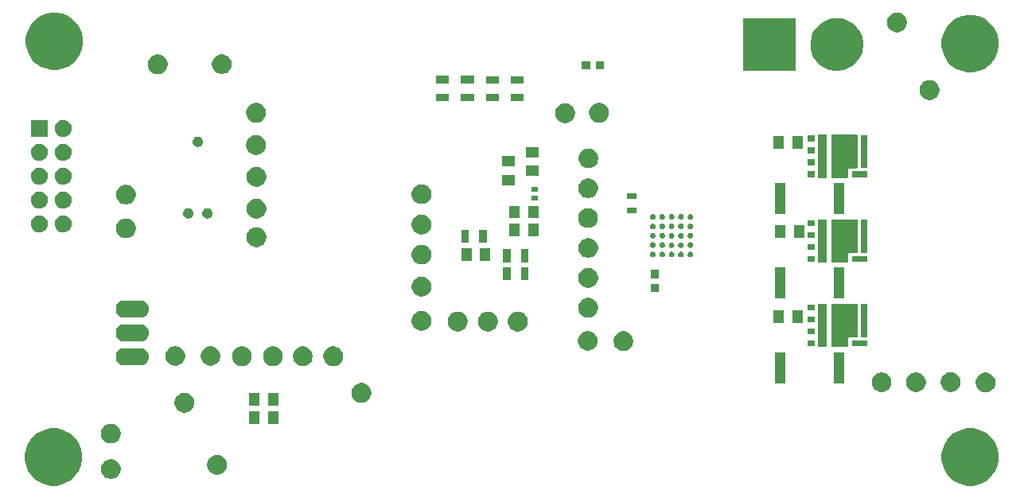
<source format=gbs>
G04 #@! TF.GenerationSoftware,KiCad,Pcbnew,(5.1.5)-3*
G04 #@! TF.CreationDate,2020-02-07T19:54:23-03:30*
G04 #@! TF.ProjectId,MCU_Powertrain,4d43555f-506f-4776-9572-747261696e2e,rev?*
G04 #@! TF.SameCoordinates,Original*
G04 #@! TF.FileFunction,Soldermask,Bot*
G04 #@! TF.FilePolarity,Negative*
%FSLAX46Y46*%
G04 Gerber Fmt 4.6, Leading zero omitted, Abs format (unit mm)*
G04 Created by KiCad (PCBNEW (5.1.5)-3) date 2020-02-07 19:54:23*
%MOMM*%
%LPD*%
G04 APERTURE LIST*
%ADD10C,0.100000*%
G04 APERTURE END LIST*
D10*
G36*
X107889943Y-123066248D02*
G01*
X108445189Y-123296238D01*
X108693347Y-123462052D01*
X108944899Y-123630134D01*
X109369866Y-124055101D01*
X109518440Y-124277458D01*
X109703762Y-124554811D01*
X109933752Y-125110057D01*
X110051000Y-125699501D01*
X110051000Y-126300499D01*
X109933752Y-126889943D01*
X109703762Y-127445189D01*
X109703761Y-127445190D01*
X109369866Y-127944899D01*
X108944899Y-128369866D01*
X108804573Y-128463629D01*
X108445189Y-128703762D01*
X107889943Y-128933752D01*
X107300499Y-129051000D01*
X106699501Y-129051000D01*
X106110057Y-128933752D01*
X105554811Y-128703762D01*
X105195427Y-128463629D01*
X105055101Y-128369866D01*
X104630134Y-127944899D01*
X104296239Y-127445190D01*
X104296238Y-127445189D01*
X104066248Y-126889943D01*
X103949000Y-126300499D01*
X103949000Y-125699501D01*
X104066248Y-125110057D01*
X104296238Y-124554811D01*
X104481560Y-124277458D01*
X104630134Y-124055101D01*
X105055101Y-123630134D01*
X105306653Y-123462052D01*
X105554811Y-123296238D01*
X106110057Y-123066248D01*
X106699501Y-122949000D01*
X107300499Y-122949000D01*
X107889943Y-123066248D01*
G37*
G36*
X10339943Y-123066248D02*
G01*
X10895189Y-123296238D01*
X11143347Y-123462052D01*
X11394899Y-123630134D01*
X11819866Y-124055101D01*
X11968440Y-124277458D01*
X12153762Y-124554811D01*
X12383752Y-125110057D01*
X12501000Y-125699501D01*
X12501000Y-126300499D01*
X12383752Y-126889943D01*
X12153762Y-127445189D01*
X12153761Y-127445190D01*
X11819866Y-127944899D01*
X11394899Y-128369866D01*
X11254573Y-128463629D01*
X10895189Y-128703762D01*
X10339943Y-128933752D01*
X9750499Y-129051000D01*
X9149501Y-129051000D01*
X8560057Y-128933752D01*
X8004811Y-128703762D01*
X7645427Y-128463629D01*
X7505101Y-128369866D01*
X7080134Y-127944899D01*
X6746239Y-127445190D01*
X6746238Y-127445189D01*
X6516248Y-126889943D01*
X6399000Y-126300499D01*
X6399000Y-125699501D01*
X6516248Y-125110057D01*
X6746238Y-124554811D01*
X6931560Y-124277458D01*
X7080134Y-124055101D01*
X7505101Y-123630134D01*
X7756653Y-123462052D01*
X8004811Y-123296238D01*
X8560057Y-123066248D01*
X9149501Y-122949000D01*
X9750499Y-122949000D01*
X10339943Y-123066248D01*
G37*
G36*
X15856564Y-126264389D02*
G01*
X16047833Y-126343615D01*
X16047835Y-126343616D01*
X16057859Y-126350314D01*
X16219973Y-126458635D01*
X16366365Y-126605027D01*
X16481385Y-126777167D01*
X16560611Y-126968436D01*
X16601000Y-127171484D01*
X16601000Y-127378516D01*
X16560611Y-127581564D01*
X16502216Y-127722542D01*
X16481384Y-127772835D01*
X16366365Y-127944973D01*
X16219973Y-128091365D01*
X16047835Y-128206384D01*
X16047834Y-128206385D01*
X16047833Y-128206385D01*
X15856564Y-128285611D01*
X15653516Y-128326000D01*
X15446484Y-128326000D01*
X15243436Y-128285611D01*
X15052167Y-128206385D01*
X15052166Y-128206385D01*
X15052165Y-128206384D01*
X14880027Y-128091365D01*
X14733635Y-127944973D01*
X14618616Y-127772835D01*
X14597784Y-127722542D01*
X14539389Y-127581564D01*
X14499000Y-127378516D01*
X14499000Y-127171484D01*
X14539389Y-126968436D01*
X14618615Y-126777167D01*
X14733635Y-126605027D01*
X14880027Y-126458635D01*
X15042141Y-126350314D01*
X15052165Y-126343616D01*
X15052167Y-126343615D01*
X15243436Y-126264389D01*
X15446484Y-126224000D01*
X15653516Y-126224000D01*
X15856564Y-126264389D01*
G37*
G36*
X27156564Y-125814389D02*
G01*
X27287074Y-125868448D01*
X27347835Y-125893616D01*
X27519973Y-126008635D01*
X27666365Y-126155027D01*
X27781385Y-126327167D01*
X27860611Y-126518436D01*
X27901000Y-126721484D01*
X27901000Y-126928516D01*
X27860611Y-127131564D01*
X27815415Y-127240676D01*
X27781384Y-127322835D01*
X27666365Y-127494973D01*
X27519973Y-127641365D01*
X27347835Y-127756384D01*
X27347834Y-127756385D01*
X27347833Y-127756385D01*
X27156564Y-127835611D01*
X26953516Y-127876000D01*
X26746484Y-127876000D01*
X26543436Y-127835611D01*
X26352167Y-127756385D01*
X26352166Y-127756385D01*
X26352165Y-127756384D01*
X26180027Y-127641365D01*
X26033635Y-127494973D01*
X25918616Y-127322835D01*
X25884585Y-127240676D01*
X25839389Y-127131564D01*
X25799000Y-126928516D01*
X25799000Y-126721484D01*
X25839389Y-126518436D01*
X25918615Y-126327167D01*
X26033635Y-126155027D01*
X26180027Y-126008635D01*
X26352165Y-125893616D01*
X26412926Y-125868448D01*
X26543436Y-125814389D01*
X26746484Y-125774000D01*
X26953516Y-125774000D01*
X27156564Y-125814389D01*
G37*
G36*
X15856564Y-122489389D02*
G01*
X16047833Y-122568615D01*
X16047835Y-122568616D01*
X16219973Y-122683635D01*
X16366365Y-122830027D01*
X16481385Y-123002167D01*
X16560611Y-123193436D01*
X16601000Y-123396484D01*
X16601000Y-123603516D01*
X16560611Y-123806564D01*
X16490701Y-123975342D01*
X16481384Y-123997835D01*
X16366365Y-124169973D01*
X16219973Y-124316365D01*
X16047835Y-124431384D01*
X16047834Y-124431385D01*
X16047833Y-124431385D01*
X15856564Y-124510611D01*
X15653516Y-124551000D01*
X15446484Y-124551000D01*
X15243436Y-124510611D01*
X15052167Y-124431385D01*
X15052166Y-124431385D01*
X15052165Y-124431384D01*
X14880027Y-124316365D01*
X14733635Y-124169973D01*
X14618616Y-123997835D01*
X14609299Y-123975342D01*
X14539389Y-123806564D01*
X14499000Y-123603516D01*
X14499000Y-123396484D01*
X14539389Y-123193436D01*
X14618615Y-123002167D01*
X14733635Y-122830027D01*
X14880027Y-122683635D01*
X15052165Y-122568616D01*
X15052167Y-122568615D01*
X15243436Y-122489389D01*
X15446484Y-122449000D01*
X15653516Y-122449000D01*
X15856564Y-122489389D01*
G37*
G36*
X33351000Y-122476000D02*
G01*
X32249000Y-122476000D01*
X32249000Y-121124000D01*
X33351000Y-121124000D01*
X33351000Y-122476000D01*
G37*
G36*
X31351000Y-122476000D02*
G01*
X30249000Y-122476000D01*
X30249000Y-121124000D01*
X31351000Y-121124000D01*
X31351000Y-122476000D01*
G37*
G36*
X23681564Y-119214389D02*
G01*
X23872833Y-119293615D01*
X23872835Y-119293616D01*
X24044973Y-119408635D01*
X24191365Y-119555027D01*
X24306385Y-119727167D01*
X24385611Y-119918436D01*
X24426000Y-120121484D01*
X24426000Y-120328516D01*
X24385611Y-120531564D01*
X24367205Y-120576000D01*
X24306384Y-120722835D01*
X24191365Y-120894973D01*
X24044973Y-121041365D01*
X23872835Y-121156384D01*
X23872834Y-121156385D01*
X23872833Y-121156385D01*
X23681564Y-121235611D01*
X23478516Y-121276000D01*
X23271484Y-121276000D01*
X23068436Y-121235611D01*
X22877167Y-121156385D01*
X22877166Y-121156385D01*
X22877165Y-121156384D01*
X22705027Y-121041365D01*
X22558635Y-120894973D01*
X22443616Y-120722835D01*
X22382795Y-120576000D01*
X22364389Y-120531564D01*
X22324000Y-120328516D01*
X22324000Y-120121484D01*
X22364389Y-119918436D01*
X22443615Y-119727167D01*
X22558635Y-119555027D01*
X22705027Y-119408635D01*
X22877165Y-119293616D01*
X22877167Y-119293615D01*
X23068436Y-119214389D01*
X23271484Y-119174000D01*
X23478516Y-119174000D01*
X23681564Y-119214389D01*
G37*
G36*
X31351000Y-120576000D02*
G01*
X30249000Y-120576000D01*
X30249000Y-119224000D01*
X31351000Y-119224000D01*
X31351000Y-120576000D01*
G37*
G36*
X33351000Y-120576000D02*
G01*
X32249000Y-120576000D01*
X32249000Y-119224000D01*
X33351000Y-119224000D01*
X33351000Y-120576000D01*
G37*
G36*
X42531564Y-118164389D02*
G01*
X42722833Y-118243615D01*
X42722835Y-118243616D01*
X42861941Y-118336564D01*
X42894973Y-118358635D01*
X43041365Y-118505027D01*
X43156385Y-118677167D01*
X43235611Y-118868436D01*
X43276000Y-119071484D01*
X43276000Y-119278516D01*
X43235611Y-119481564D01*
X43156385Y-119672833D01*
X43156384Y-119672835D01*
X43041365Y-119844973D01*
X42894973Y-119991365D01*
X42722835Y-120106384D01*
X42722834Y-120106385D01*
X42722833Y-120106385D01*
X42531564Y-120185611D01*
X42328516Y-120226000D01*
X42121484Y-120226000D01*
X41918436Y-120185611D01*
X41727167Y-120106385D01*
X41727166Y-120106385D01*
X41727165Y-120106384D01*
X41555027Y-119991365D01*
X41408635Y-119844973D01*
X41293616Y-119672835D01*
X41293615Y-119672833D01*
X41214389Y-119481564D01*
X41174000Y-119278516D01*
X41174000Y-119071484D01*
X41214389Y-118868436D01*
X41293615Y-118677167D01*
X41408635Y-118505027D01*
X41555027Y-118358635D01*
X41588059Y-118336564D01*
X41727165Y-118243616D01*
X41727167Y-118243615D01*
X41918436Y-118164389D01*
X42121484Y-118124000D01*
X42328516Y-118124000D01*
X42531564Y-118164389D01*
G37*
G36*
X108926564Y-117059389D02*
G01*
X109117833Y-117138615D01*
X109117835Y-117138616D01*
X109289973Y-117253635D01*
X109436365Y-117400027D01*
X109531339Y-117542165D01*
X109551385Y-117572167D01*
X109630611Y-117763436D01*
X109671000Y-117966484D01*
X109671000Y-118173516D01*
X109630611Y-118376564D01*
X109551385Y-118567833D01*
X109551384Y-118567835D01*
X109436365Y-118739973D01*
X109289973Y-118886365D01*
X109117835Y-119001384D01*
X109117834Y-119001385D01*
X109117833Y-119001385D01*
X108926564Y-119080611D01*
X108723516Y-119121000D01*
X108516484Y-119121000D01*
X108313436Y-119080611D01*
X108122167Y-119001385D01*
X108122166Y-119001385D01*
X108122165Y-119001384D01*
X107950027Y-118886365D01*
X107803635Y-118739973D01*
X107688616Y-118567835D01*
X107688615Y-118567833D01*
X107609389Y-118376564D01*
X107569000Y-118173516D01*
X107569000Y-117966484D01*
X107609389Y-117763436D01*
X107688615Y-117572167D01*
X107708662Y-117542165D01*
X107803635Y-117400027D01*
X107950027Y-117253635D01*
X108122165Y-117138616D01*
X108122167Y-117138615D01*
X108313436Y-117059389D01*
X108516484Y-117019000D01*
X108723516Y-117019000D01*
X108926564Y-117059389D01*
G37*
G36*
X101536564Y-117029389D02*
G01*
X101703693Y-117098616D01*
X101727835Y-117108616D01*
X101899973Y-117223635D01*
X102046365Y-117370027D01*
X102154704Y-117532167D01*
X102161385Y-117542167D01*
X102240611Y-117733436D01*
X102281000Y-117936484D01*
X102281000Y-118143516D01*
X102240611Y-118346564D01*
X102165527Y-118527833D01*
X102161384Y-118537835D01*
X102046365Y-118709973D01*
X101899973Y-118856365D01*
X101727835Y-118971384D01*
X101727834Y-118971385D01*
X101727833Y-118971385D01*
X101536564Y-119050611D01*
X101333516Y-119091000D01*
X101126484Y-119091000D01*
X100923436Y-119050611D01*
X100732167Y-118971385D01*
X100732166Y-118971385D01*
X100732165Y-118971384D01*
X100560027Y-118856365D01*
X100413635Y-118709973D01*
X100298616Y-118537835D01*
X100294473Y-118527833D01*
X100219389Y-118346564D01*
X100179000Y-118143516D01*
X100179000Y-117936484D01*
X100219389Y-117733436D01*
X100298615Y-117542167D01*
X100305297Y-117532167D01*
X100413635Y-117370027D01*
X100560027Y-117223635D01*
X100732165Y-117108616D01*
X100756307Y-117098616D01*
X100923436Y-117029389D01*
X101126484Y-116989000D01*
X101333516Y-116989000D01*
X101536564Y-117029389D01*
G37*
G36*
X97866564Y-117029389D02*
G01*
X98033693Y-117098616D01*
X98057835Y-117108616D01*
X98229973Y-117223635D01*
X98376365Y-117370027D01*
X98484704Y-117532167D01*
X98491385Y-117542167D01*
X98570611Y-117733436D01*
X98611000Y-117936484D01*
X98611000Y-118143516D01*
X98570611Y-118346564D01*
X98495527Y-118527833D01*
X98491384Y-118537835D01*
X98376365Y-118709973D01*
X98229973Y-118856365D01*
X98057835Y-118971384D01*
X98057834Y-118971385D01*
X98057833Y-118971385D01*
X97866564Y-119050611D01*
X97663516Y-119091000D01*
X97456484Y-119091000D01*
X97253436Y-119050611D01*
X97062167Y-118971385D01*
X97062166Y-118971385D01*
X97062165Y-118971384D01*
X96890027Y-118856365D01*
X96743635Y-118709973D01*
X96628616Y-118537835D01*
X96624473Y-118527833D01*
X96549389Y-118346564D01*
X96509000Y-118143516D01*
X96509000Y-117936484D01*
X96549389Y-117733436D01*
X96628615Y-117542167D01*
X96635297Y-117532167D01*
X96743635Y-117370027D01*
X96890027Y-117223635D01*
X97062165Y-117108616D01*
X97086307Y-117098616D01*
X97253436Y-117029389D01*
X97456484Y-116989000D01*
X97663516Y-116989000D01*
X97866564Y-117029389D01*
G37*
G36*
X105216564Y-117019389D02*
G01*
X105407833Y-117098615D01*
X105407835Y-117098616D01*
X105467699Y-117138616D01*
X105579973Y-117213635D01*
X105726365Y-117360027D01*
X105841385Y-117532167D01*
X105920611Y-117723436D01*
X105961000Y-117926484D01*
X105961000Y-118133516D01*
X105920611Y-118336564D01*
X105841385Y-118527833D01*
X105841384Y-118527835D01*
X105726365Y-118699973D01*
X105579973Y-118846365D01*
X105407835Y-118961384D01*
X105407834Y-118961385D01*
X105407833Y-118961385D01*
X105216564Y-119040611D01*
X105013516Y-119081000D01*
X104806484Y-119081000D01*
X104603436Y-119040611D01*
X104412167Y-118961385D01*
X104412166Y-118961385D01*
X104412165Y-118961384D01*
X104240027Y-118846365D01*
X104093635Y-118699973D01*
X103978616Y-118527835D01*
X103978615Y-118527833D01*
X103899389Y-118336564D01*
X103859000Y-118133516D01*
X103859000Y-117926484D01*
X103899389Y-117723436D01*
X103978615Y-117532167D01*
X104093635Y-117360027D01*
X104240027Y-117213635D01*
X104352301Y-117138616D01*
X104412165Y-117098616D01*
X104412167Y-117098615D01*
X104603436Y-117019389D01*
X104806484Y-116979000D01*
X105013516Y-116979000D01*
X105216564Y-117019389D01*
G37*
G36*
X93551000Y-118151000D02*
G01*
X92449000Y-118151000D01*
X92449000Y-114849000D01*
X93551000Y-114849000D01*
X93551000Y-118151000D01*
G37*
G36*
X87351000Y-118151000D02*
G01*
X86249000Y-118151000D01*
X86249000Y-114849000D01*
X87351000Y-114849000D01*
X87351000Y-118151000D01*
G37*
G36*
X29806564Y-114264389D02*
G01*
X29989040Y-114339973D01*
X29997835Y-114343616D01*
X30169973Y-114458635D01*
X30316365Y-114605027D01*
X30414680Y-114752165D01*
X30431385Y-114777167D01*
X30510611Y-114968436D01*
X30551000Y-115171484D01*
X30551000Y-115378516D01*
X30510611Y-115581564D01*
X30441740Y-115747833D01*
X30431384Y-115772835D01*
X30316365Y-115944973D01*
X30169973Y-116091365D01*
X29997835Y-116206384D01*
X29997834Y-116206385D01*
X29997833Y-116206385D01*
X29806564Y-116285611D01*
X29603516Y-116326000D01*
X29396484Y-116326000D01*
X29193436Y-116285611D01*
X29002167Y-116206385D01*
X29002166Y-116206385D01*
X29002165Y-116206384D01*
X28830027Y-116091365D01*
X28683635Y-115944973D01*
X28568616Y-115772835D01*
X28558260Y-115747833D01*
X28489389Y-115581564D01*
X28449000Y-115378516D01*
X28449000Y-115171484D01*
X28489389Y-114968436D01*
X28568615Y-114777167D01*
X28585321Y-114752165D01*
X28683635Y-114605027D01*
X28830027Y-114458635D01*
X29002165Y-114343616D01*
X29010960Y-114339973D01*
X29193436Y-114264389D01*
X29396484Y-114224000D01*
X29603516Y-114224000D01*
X29806564Y-114264389D01*
G37*
G36*
X36281564Y-114264389D02*
G01*
X36464040Y-114339973D01*
X36472835Y-114343616D01*
X36644973Y-114458635D01*
X36791365Y-114605027D01*
X36889680Y-114752165D01*
X36906385Y-114777167D01*
X36985611Y-114968436D01*
X37026000Y-115171484D01*
X37026000Y-115378516D01*
X36985611Y-115581564D01*
X36916740Y-115747833D01*
X36906384Y-115772835D01*
X36791365Y-115944973D01*
X36644973Y-116091365D01*
X36472835Y-116206384D01*
X36472834Y-116206385D01*
X36472833Y-116206385D01*
X36281564Y-116285611D01*
X36078516Y-116326000D01*
X35871484Y-116326000D01*
X35668436Y-116285611D01*
X35477167Y-116206385D01*
X35477166Y-116206385D01*
X35477165Y-116206384D01*
X35305027Y-116091365D01*
X35158635Y-115944973D01*
X35043616Y-115772835D01*
X35033260Y-115747833D01*
X34964389Y-115581564D01*
X34924000Y-115378516D01*
X34924000Y-115171484D01*
X34964389Y-114968436D01*
X35043615Y-114777167D01*
X35060321Y-114752165D01*
X35158635Y-114605027D01*
X35305027Y-114458635D01*
X35477165Y-114343616D01*
X35485960Y-114339973D01*
X35668436Y-114264389D01*
X35871484Y-114224000D01*
X36078516Y-114224000D01*
X36281564Y-114264389D01*
G37*
G36*
X33106564Y-114264389D02*
G01*
X33289040Y-114339973D01*
X33297835Y-114343616D01*
X33469973Y-114458635D01*
X33616365Y-114605027D01*
X33714680Y-114752165D01*
X33731385Y-114777167D01*
X33810611Y-114968436D01*
X33851000Y-115171484D01*
X33851000Y-115378516D01*
X33810611Y-115581564D01*
X33741740Y-115747833D01*
X33731384Y-115772835D01*
X33616365Y-115944973D01*
X33469973Y-116091365D01*
X33297835Y-116206384D01*
X33297834Y-116206385D01*
X33297833Y-116206385D01*
X33106564Y-116285611D01*
X32903516Y-116326000D01*
X32696484Y-116326000D01*
X32493436Y-116285611D01*
X32302167Y-116206385D01*
X32302166Y-116206385D01*
X32302165Y-116206384D01*
X32130027Y-116091365D01*
X31983635Y-115944973D01*
X31868616Y-115772835D01*
X31858260Y-115747833D01*
X31789389Y-115581564D01*
X31749000Y-115378516D01*
X31749000Y-115171484D01*
X31789389Y-114968436D01*
X31868615Y-114777167D01*
X31885321Y-114752165D01*
X31983635Y-114605027D01*
X32130027Y-114458635D01*
X32302165Y-114343616D01*
X32310960Y-114339973D01*
X32493436Y-114264389D01*
X32696484Y-114224000D01*
X32903516Y-114224000D01*
X33106564Y-114264389D01*
G37*
G36*
X39506564Y-114264389D02*
G01*
X39689040Y-114339973D01*
X39697835Y-114343616D01*
X39869973Y-114458635D01*
X40016365Y-114605027D01*
X40114680Y-114752165D01*
X40131385Y-114777167D01*
X40210611Y-114968436D01*
X40251000Y-115171484D01*
X40251000Y-115378516D01*
X40210611Y-115581564D01*
X40141740Y-115747833D01*
X40131384Y-115772835D01*
X40016365Y-115944973D01*
X39869973Y-116091365D01*
X39697835Y-116206384D01*
X39697834Y-116206385D01*
X39697833Y-116206385D01*
X39506564Y-116285611D01*
X39303516Y-116326000D01*
X39096484Y-116326000D01*
X38893436Y-116285611D01*
X38702167Y-116206385D01*
X38702166Y-116206385D01*
X38702165Y-116206384D01*
X38530027Y-116091365D01*
X38383635Y-115944973D01*
X38268616Y-115772835D01*
X38258260Y-115747833D01*
X38189389Y-115581564D01*
X38149000Y-115378516D01*
X38149000Y-115171484D01*
X38189389Y-114968436D01*
X38268615Y-114777167D01*
X38285321Y-114752165D01*
X38383635Y-114605027D01*
X38530027Y-114458635D01*
X38702165Y-114343616D01*
X38710960Y-114339973D01*
X38893436Y-114264389D01*
X39096484Y-114224000D01*
X39303516Y-114224000D01*
X39506564Y-114264389D01*
G37*
G36*
X26456564Y-114239389D02*
G01*
X26626969Y-114309973D01*
X26647835Y-114318616D01*
X26819973Y-114433635D01*
X26966365Y-114580027D01*
X27037028Y-114685781D01*
X27081385Y-114752167D01*
X27160611Y-114943436D01*
X27201000Y-115146484D01*
X27201000Y-115353516D01*
X27160611Y-115556564D01*
X27150255Y-115581565D01*
X27081384Y-115747835D01*
X26966365Y-115919973D01*
X26819973Y-116066365D01*
X26647835Y-116181384D01*
X26647834Y-116181385D01*
X26647833Y-116181385D01*
X26456564Y-116260611D01*
X26253516Y-116301000D01*
X26046484Y-116301000D01*
X25843436Y-116260611D01*
X25652167Y-116181385D01*
X25652166Y-116181385D01*
X25652165Y-116181384D01*
X25480027Y-116066365D01*
X25333635Y-115919973D01*
X25218616Y-115747835D01*
X25149745Y-115581565D01*
X25139389Y-115556564D01*
X25099000Y-115353516D01*
X25099000Y-115146484D01*
X25139389Y-114943436D01*
X25218615Y-114752167D01*
X25262973Y-114685781D01*
X25333635Y-114580027D01*
X25480027Y-114433635D01*
X25652165Y-114318616D01*
X25673031Y-114309973D01*
X25843436Y-114239389D01*
X26046484Y-114199000D01*
X26253516Y-114199000D01*
X26456564Y-114239389D01*
G37*
G36*
X22706564Y-114239389D02*
G01*
X22876969Y-114309973D01*
X22897835Y-114318616D01*
X23069973Y-114433635D01*
X23216365Y-114580027D01*
X23287028Y-114685781D01*
X23331385Y-114752167D01*
X23410611Y-114943436D01*
X23451000Y-115146484D01*
X23451000Y-115353516D01*
X23410611Y-115556564D01*
X23400255Y-115581565D01*
X23331384Y-115747835D01*
X23216365Y-115919973D01*
X23069973Y-116066365D01*
X22897835Y-116181384D01*
X22897834Y-116181385D01*
X22897833Y-116181385D01*
X22706564Y-116260611D01*
X22503516Y-116301000D01*
X22296484Y-116301000D01*
X22093436Y-116260611D01*
X21902167Y-116181385D01*
X21902166Y-116181385D01*
X21902165Y-116181384D01*
X21730027Y-116066365D01*
X21583635Y-115919973D01*
X21468616Y-115747835D01*
X21399745Y-115581565D01*
X21389389Y-115556564D01*
X21349000Y-115353516D01*
X21349000Y-115146484D01*
X21389389Y-114943436D01*
X21468615Y-114752167D01*
X21512973Y-114685781D01*
X21583635Y-114580027D01*
X21730027Y-114433635D01*
X21902165Y-114318616D01*
X21923031Y-114309973D01*
X22093436Y-114239389D01*
X22296484Y-114199000D01*
X22503516Y-114199000D01*
X22706564Y-114239389D01*
G37*
G36*
X18819649Y-114432573D02*
G01*
X18993211Y-114485222D01*
X19153166Y-114570720D01*
X19293369Y-114685781D01*
X19408430Y-114825984D01*
X19493928Y-114985939D01*
X19546577Y-115159501D01*
X19564355Y-115340000D01*
X19546577Y-115520499D01*
X19493928Y-115694061D01*
X19408430Y-115854016D01*
X19293369Y-115994219D01*
X19153166Y-116109280D01*
X18993211Y-116194778D01*
X18819649Y-116247427D01*
X18684381Y-116260750D01*
X16955619Y-116260750D01*
X16820351Y-116247427D01*
X16646789Y-116194778D01*
X16486834Y-116109280D01*
X16346631Y-115994219D01*
X16231570Y-115854016D01*
X16146072Y-115694061D01*
X16093423Y-115520499D01*
X16075645Y-115340000D01*
X16093423Y-115159501D01*
X16146072Y-114985939D01*
X16231570Y-114825984D01*
X16346631Y-114685781D01*
X16486834Y-114570720D01*
X16646789Y-114485222D01*
X16820351Y-114432573D01*
X16955619Y-114419250D01*
X18684381Y-114419250D01*
X18819649Y-114432573D01*
G37*
G36*
X70396564Y-112659389D02*
G01*
X70587833Y-112738615D01*
X70587835Y-112738616D01*
X70759973Y-112853635D01*
X70906365Y-113000027D01*
X71009289Y-113154063D01*
X71021385Y-113172167D01*
X71100611Y-113363436D01*
X71141000Y-113566484D01*
X71141000Y-113773516D01*
X71100611Y-113976564D01*
X71031324Y-114143838D01*
X71021384Y-114167835D01*
X70906365Y-114339973D01*
X70759973Y-114486365D01*
X70587835Y-114601384D01*
X70587834Y-114601385D01*
X70587833Y-114601385D01*
X70396564Y-114680611D01*
X70193516Y-114721000D01*
X69986484Y-114721000D01*
X69783436Y-114680611D01*
X69592167Y-114601385D01*
X69592166Y-114601385D01*
X69592165Y-114601384D01*
X69420027Y-114486365D01*
X69273635Y-114339973D01*
X69158616Y-114167835D01*
X69148676Y-114143838D01*
X69079389Y-113976564D01*
X69039000Y-113773516D01*
X69039000Y-113566484D01*
X69079389Y-113363436D01*
X69158615Y-113172167D01*
X69170712Y-113154063D01*
X69273635Y-113000027D01*
X69420027Y-112853635D01*
X69592165Y-112738616D01*
X69592167Y-112738615D01*
X69783436Y-112659389D01*
X69986484Y-112619000D01*
X70193516Y-112619000D01*
X70396564Y-112659389D01*
G37*
G36*
X66596564Y-112629389D02*
G01*
X66787833Y-112708615D01*
X66787835Y-112708616D01*
X66832733Y-112738616D01*
X66959973Y-112823635D01*
X67106365Y-112970027D01*
X67221385Y-113142167D01*
X67300611Y-113333436D01*
X67341000Y-113536484D01*
X67341000Y-113743516D01*
X67300611Y-113946564D01*
X67288184Y-113976565D01*
X67221384Y-114137835D01*
X67106365Y-114309973D01*
X66959973Y-114456365D01*
X66787835Y-114571384D01*
X66787834Y-114571385D01*
X66787833Y-114571385D01*
X66596564Y-114650611D01*
X66393516Y-114691000D01*
X66186484Y-114691000D01*
X65983436Y-114650611D01*
X65792167Y-114571385D01*
X65792166Y-114571385D01*
X65792165Y-114571384D01*
X65620027Y-114456365D01*
X65473635Y-114309973D01*
X65358616Y-114137835D01*
X65291816Y-113976565D01*
X65279389Y-113946564D01*
X65239000Y-113743516D01*
X65239000Y-113536484D01*
X65279389Y-113333436D01*
X65358615Y-113142167D01*
X65473635Y-112970027D01*
X65620027Y-112823635D01*
X65747267Y-112738616D01*
X65792165Y-112708616D01*
X65792167Y-112708615D01*
X65983436Y-112629389D01*
X66186484Y-112589000D01*
X66393516Y-112589000D01*
X66596564Y-112629389D01*
G37*
G36*
X94908126Y-109673698D02*
G01*
X94908730Y-109673757D01*
X94929460Y-109677881D01*
X94947842Y-109685495D01*
X94964386Y-109696550D01*
X94978450Y-109710614D01*
X94989505Y-109727158D01*
X94997119Y-109745540D01*
X95001243Y-109766270D01*
X95001302Y-109766874D01*
X95001852Y-109778062D01*
X95001852Y-113171938D01*
X95001302Y-113183126D01*
X95001243Y-113183730D01*
X94997119Y-113204460D01*
X94989505Y-113222842D01*
X94978450Y-113239386D01*
X94964386Y-113253450D01*
X94947842Y-113264505D01*
X94929460Y-113272119D01*
X94908730Y-113276243D01*
X94908126Y-113276302D01*
X94896938Y-113276852D01*
X94126851Y-113276852D01*
X94102465Y-113279254D01*
X94079016Y-113286367D01*
X94057405Y-113297918D01*
X94038463Y-113313463D01*
X94022918Y-113332405D01*
X94011367Y-113354016D01*
X94004254Y-113377465D01*
X94001852Y-113401851D01*
X94001852Y-114171938D01*
X94001302Y-114183126D01*
X94001243Y-114183730D01*
X93997119Y-114204460D01*
X93989505Y-114222842D01*
X93978450Y-114239386D01*
X93964386Y-114253450D01*
X93947842Y-114264505D01*
X93929460Y-114272119D01*
X93908730Y-114276243D01*
X93908126Y-114276302D01*
X93896938Y-114276852D01*
X92303062Y-114276852D01*
X92291874Y-114276302D01*
X92291270Y-114276243D01*
X92270540Y-114272119D01*
X92252158Y-114264505D01*
X92235614Y-114253450D01*
X92221550Y-114239386D01*
X92210495Y-114222842D01*
X92202881Y-114204460D01*
X92198757Y-114183730D01*
X92198698Y-114183126D01*
X92198148Y-114171938D01*
X92198148Y-109778062D01*
X92198698Y-109766874D01*
X92198757Y-109766270D01*
X92202881Y-109745540D01*
X92210495Y-109727158D01*
X92221550Y-109710614D01*
X92235614Y-109696550D01*
X92252158Y-109685495D01*
X92270540Y-109677881D01*
X92291270Y-109673757D01*
X92291874Y-109673698D01*
X92303062Y-109673148D01*
X94896938Y-109673148D01*
X94908126Y-109673698D01*
G37*
G36*
X91731000Y-114276000D02*
G01*
X90829000Y-114276000D01*
X90829000Y-109674000D01*
X91731000Y-109674000D01*
X91731000Y-114276000D01*
G37*
G36*
X96051000Y-114181000D02*
G01*
X94449000Y-114181000D01*
X94449000Y-113579000D01*
X96051000Y-113579000D01*
X96051000Y-114181000D01*
G37*
G36*
X90455000Y-114181000D02*
G01*
X89653000Y-114181000D01*
X89653000Y-113579000D01*
X90455000Y-113579000D01*
X90455000Y-114181000D01*
G37*
G36*
X18819649Y-111892573D02*
G01*
X18993211Y-111945222D01*
X19153166Y-112030720D01*
X19293369Y-112145781D01*
X19408430Y-112285984D01*
X19493928Y-112445939D01*
X19546577Y-112619501D01*
X19564355Y-112800000D01*
X19546577Y-112980499D01*
X19493928Y-113154061D01*
X19408430Y-113314016D01*
X19293369Y-113454219D01*
X19153166Y-113569280D01*
X18993211Y-113654778D01*
X18819649Y-113707427D01*
X18684381Y-113720750D01*
X16955619Y-113720750D01*
X16820351Y-113707427D01*
X16646789Y-113654778D01*
X16486834Y-113569280D01*
X16346631Y-113454219D01*
X16231570Y-113314016D01*
X16146072Y-113154061D01*
X16093423Y-112980499D01*
X16075645Y-112800000D01*
X16093423Y-112619501D01*
X16146072Y-112445939D01*
X16231570Y-112285984D01*
X16346631Y-112145781D01*
X16486834Y-112030720D01*
X16646789Y-111945222D01*
X16820351Y-111892573D01*
X16955619Y-111879250D01*
X18684381Y-111879250D01*
X18819649Y-111892573D01*
G37*
G36*
X96051000Y-113226000D02*
G01*
X95349000Y-113226000D01*
X95349000Y-109724000D01*
X96051000Y-109724000D01*
X96051000Y-113226000D01*
G37*
G36*
X90455000Y-112911000D02*
G01*
X89653000Y-112911000D01*
X89653000Y-112309000D01*
X90455000Y-112309000D01*
X90455000Y-112911000D01*
G37*
G36*
X55981564Y-110564389D02*
G01*
X56172833Y-110643615D01*
X56172835Y-110643616D01*
X56344973Y-110758635D01*
X56491365Y-110905027D01*
X56605714Y-111076162D01*
X56606385Y-111077167D01*
X56685611Y-111268436D01*
X56726000Y-111471484D01*
X56726000Y-111678516D01*
X56685611Y-111881564D01*
X56606385Y-112072833D01*
X56606384Y-112072835D01*
X56491365Y-112244973D01*
X56344973Y-112391365D01*
X56172835Y-112506384D01*
X56172834Y-112506385D01*
X56172833Y-112506385D01*
X55981564Y-112585611D01*
X55778516Y-112626000D01*
X55571484Y-112626000D01*
X55368436Y-112585611D01*
X55177167Y-112506385D01*
X55177166Y-112506385D01*
X55177165Y-112506384D01*
X55005027Y-112391365D01*
X54858635Y-112244973D01*
X54743616Y-112072835D01*
X54743615Y-112072833D01*
X54664389Y-111881564D01*
X54624000Y-111678516D01*
X54624000Y-111471484D01*
X54664389Y-111268436D01*
X54743615Y-111077167D01*
X54744287Y-111076162D01*
X54858635Y-110905027D01*
X55005027Y-110758635D01*
X55177165Y-110643616D01*
X55177167Y-110643615D01*
X55368436Y-110564389D01*
X55571484Y-110524000D01*
X55778516Y-110524000D01*
X55981564Y-110564389D01*
G37*
G36*
X52756564Y-110564389D02*
G01*
X52947833Y-110643615D01*
X52947835Y-110643616D01*
X53119973Y-110758635D01*
X53266365Y-110905027D01*
X53380714Y-111076162D01*
X53381385Y-111077167D01*
X53460611Y-111268436D01*
X53501000Y-111471484D01*
X53501000Y-111678516D01*
X53460611Y-111881564D01*
X53381385Y-112072833D01*
X53381384Y-112072835D01*
X53266365Y-112244973D01*
X53119973Y-112391365D01*
X52947835Y-112506384D01*
X52947834Y-112506385D01*
X52947833Y-112506385D01*
X52756564Y-112585611D01*
X52553516Y-112626000D01*
X52346484Y-112626000D01*
X52143436Y-112585611D01*
X51952167Y-112506385D01*
X51952166Y-112506385D01*
X51952165Y-112506384D01*
X51780027Y-112391365D01*
X51633635Y-112244973D01*
X51518616Y-112072835D01*
X51518615Y-112072833D01*
X51439389Y-111881564D01*
X51399000Y-111678516D01*
X51399000Y-111471484D01*
X51439389Y-111268436D01*
X51518615Y-111077167D01*
X51519287Y-111076162D01*
X51633635Y-110905027D01*
X51780027Y-110758635D01*
X51952165Y-110643616D01*
X51952167Y-110643615D01*
X52143436Y-110564389D01*
X52346484Y-110524000D01*
X52553516Y-110524000D01*
X52756564Y-110564389D01*
G37*
G36*
X59156564Y-110564389D02*
G01*
X59347833Y-110643615D01*
X59347835Y-110643616D01*
X59519973Y-110758635D01*
X59666365Y-110905027D01*
X59780714Y-111076162D01*
X59781385Y-111077167D01*
X59860611Y-111268436D01*
X59901000Y-111471484D01*
X59901000Y-111678516D01*
X59860611Y-111881564D01*
X59781385Y-112072833D01*
X59781384Y-112072835D01*
X59666365Y-112244973D01*
X59519973Y-112391365D01*
X59347835Y-112506384D01*
X59347834Y-112506385D01*
X59347833Y-112506385D01*
X59156564Y-112585611D01*
X58953516Y-112626000D01*
X58746484Y-112626000D01*
X58543436Y-112585611D01*
X58352167Y-112506385D01*
X58352166Y-112506385D01*
X58352165Y-112506384D01*
X58180027Y-112391365D01*
X58033635Y-112244973D01*
X57918616Y-112072835D01*
X57918615Y-112072833D01*
X57839389Y-111881564D01*
X57799000Y-111678516D01*
X57799000Y-111471484D01*
X57839389Y-111268436D01*
X57918615Y-111077167D01*
X57919287Y-111076162D01*
X58033635Y-110905027D01*
X58180027Y-110758635D01*
X58352165Y-110643616D01*
X58352167Y-110643615D01*
X58543436Y-110564389D01*
X58746484Y-110524000D01*
X58953516Y-110524000D01*
X59156564Y-110564389D01*
G37*
G36*
X48906564Y-110489389D02*
G01*
X49097833Y-110568615D01*
X49097835Y-110568616D01*
X49269973Y-110683635D01*
X49416365Y-110830027D01*
X49472620Y-110914218D01*
X49531385Y-111002167D01*
X49610611Y-111193436D01*
X49651000Y-111396484D01*
X49651000Y-111603516D01*
X49610611Y-111806564D01*
X49574985Y-111892573D01*
X49531384Y-111997835D01*
X49416365Y-112169973D01*
X49269973Y-112316365D01*
X49097835Y-112431384D01*
X49097834Y-112431385D01*
X49097833Y-112431385D01*
X48906564Y-112510611D01*
X48703516Y-112551000D01*
X48496484Y-112551000D01*
X48293436Y-112510611D01*
X48102167Y-112431385D01*
X48102166Y-112431385D01*
X48102165Y-112431384D01*
X47930027Y-112316365D01*
X47783635Y-112169973D01*
X47668616Y-111997835D01*
X47625015Y-111892573D01*
X47589389Y-111806564D01*
X47549000Y-111603516D01*
X47549000Y-111396484D01*
X47589389Y-111193436D01*
X47668615Y-111002167D01*
X47727381Y-110914218D01*
X47783635Y-110830027D01*
X47930027Y-110683635D01*
X48102165Y-110568616D01*
X48102167Y-110568615D01*
X48293436Y-110489389D01*
X48496484Y-110449000D01*
X48703516Y-110449000D01*
X48906564Y-110489389D01*
G37*
G36*
X87176000Y-111776000D02*
G01*
X86074000Y-111776000D01*
X86074000Y-110424000D01*
X87176000Y-110424000D01*
X87176000Y-111776000D01*
G37*
G36*
X89176000Y-111776000D02*
G01*
X88074000Y-111776000D01*
X88074000Y-110424000D01*
X89176000Y-110424000D01*
X89176000Y-111776000D01*
G37*
G36*
X90455000Y-111641000D02*
G01*
X89653000Y-111641000D01*
X89653000Y-111039000D01*
X90455000Y-111039000D01*
X90455000Y-111641000D01*
G37*
G36*
X18819649Y-109352573D02*
G01*
X18993211Y-109405222D01*
X19153166Y-109490720D01*
X19293369Y-109605781D01*
X19408430Y-109745984D01*
X19493928Y-109905939D01*
X19546577Y-110079501D01*
X19564355Y-110260000D01*
X19546577Y-110440499D01*
X19493928Y-110614061D01*
X19408430Y-110774016D01*
X19293369Y-110914219D01*
X19153166Y-111029280D01*
X18993211Y-111114778D01*
X18819649Y-111167427D01*
X18684381Y-111180750D01*
X16955619Y-111180750D01*
X16820351Y-111167427D01*
X16646789Y-111114778D01*
X16486834Y-111029280D01*
X16346631Y-110914219D01*
X16231570Y-110774016D01*
X16146072Y-110614061D01*
X16093423Y-110440499D01*
X16075645Y-110260000D01*
X16093423Y-110079501D01*
X16146072Y-109905939D01*
X16231570Y-109745984D01*
X16346631Y-109605781D01*
X16486834Y-109490720D01*
X16646789Y-109405222D01*
X16820351Y-109352573D01*
X16955619Y-109339250D01*
X18684381Y-109339250D01*
X18819649Y-109352573D01*
G37*
G36*
X66651564Y-109104389D02*
G01*
X66842833Y-109183615D01*
X66842835Y-109183616D01*
X67014973Y-109298635D01*
X67161365Y-109445027D01*
X67276385Y-109617167D01*
X67355611Y-109808436D01*
X67396000Y-110011484D01*
X67396000Y-110218516D01*
X67355611Y-110421564D01*
X67294700Y-110568616D01*
X67276384Y-110612835D01*
X67161365Y-110784973D01*
X67014973Y-110931365D01*
X66842835Y-111046384D01*
X66842834Y-111046385D01*
X66842833Y-111046385D01*
X66651564Y-111125611D01*
X66448516Y-111166000D01*
X66241484Y-111166000D01*
X66038436Y-111125611D01*
X65847167Y-111046385D01*
X65847166Y-111046385D01*
X65847165Y-111046384D01*
X65675027Y-110931365D01*
X65528635Y-110784973D01*
X65413616Y-110612835D01*
X65395300Y-110568616D01*
X65334389Y-110421564D01*
X65294000Y-110218516D01*
X65294000Y-110011484D01*
X65334389Y-109808436D01*
X65413615Y-109617167D01*
X65528635Y-109445027D01*
X65675027Y-109298635D01*
X65847165Y-109183616D01*
X65847167Y-109183615D01*
X66038436Y-109104389D01*
X66241484Y-109064000D01*
X66448516Y-109064000D01*
X66651564Y-109104389D01*
G37*
G36*
X90455000Y-110371000D02*
G01*
X89653000Y-110371000D01*
X89653000Y-109769000D01*
X90455000Y-109769000D01*
X90455000Y-110371000D01*
G37*
G36*
X93551000Y-109151000D02*
G01*
X92449000Y-109151000D01*
X92449000Y-105849000D01*
X93551000Y-105849000D01*
X93551000Y-109151000D01*
G37*
G36*
X87351000Y-109151000D02*
G01*
X86249000Y-109151000D01*
X86249000Y-105849000D01*
X87351000Y-105849000D01*
X87351000Y-109151000D01*
G37*
G36*
X48906564Y-106864389D02*
G01*
X49097833Y-106943615D01*
X49097835Y-106943616D01*
X49131335Y-106966000D01*
X49269973Y-107058635D01*
X49416365Y-107205027D01*
X49531385Y-107377167D01*
X49610611Y-107568436D01*
X49651000Y-107771484D01*
X49651000Y-107978516D01*
X49610611Y-108181564D01*
X49531385Y-108372833D01*
X49531384Y-108372835D01*
X49416365Y-108544973D01*
X49269973Y-108691365D01*
X49097835Y-108806384D01*
X49097834Y-108806385D01*
X49097833Y-108806385D01*
X48906564Y-108885611D01*
X48703516Y-108926000D01*
X48496484Y-108926000D01*
X48293436Y-108885611D01*
X48102167Y-108806385D01*
X48102166Y-108806385D01*
X48102165Y-108806384D01*
X47930027Y-108691365D01*
X47783635Y-108544973D01*
X47668616Y-108372835D01*
X47668615Y-108372833D01*
X47589389Y-108181564D01*
X47549000Y-107978516D01*
X47549000Y-107771484D01*
X47589389Y-107568436D01*
X47668615Y-107377167D01*
X47783635Y-107205027D01*
X47930027Y-107058635D01*
X48068665Y-106966000D01*
X48102165Y-106943616D01*
X48102167Y-106943615D01*
X48293436Y-106864389D01*
X48496484Y-106824000D01*
X48703516Y-106824000D01*
X48906564Y-106864389D01*
G37*
G36*
X73871000Y-108466000D02*
G01*
X73019000Y-108466000D01*
X73019000Y-107564000D01*
X73871000Y-107564000D01*
X73871000Y-108466000D01*
G37*
G36*
X66651564Y-105929389D02*
G01*
X66842833Y-106008615D01*
X66842835Y-106008616D01*
X66925723Y-106064000D01*
X67014973Y-106123635D01*
X67161365Y-106270027D01*
X67276385Y-106442167D01*
X67355611Y-106633436D01*
X67396000Y-106836484D01*
X67396000Y-107043516D01*
X67355611Y-107246564D01*
X67276385Y-107437833D01*
X67276384Y-107437835D01*
X67161365Y-107609973D01*
X67014973Y-107756365D01*
X66842835Y-107871384D01*
X66842834Y-107871385D01*
X66842833Y-107871385D01*
X66651564Y-107950611D01*
X66448516Y-107991000D01*
X66241484Y-107991000D01*
X66038436Y-107950611D01*
X65847167Y-107871385D01*
X65847166Y-107871385D01*
X65847165Y-107871384D01*
X65675027Y-107756365D01*
X65528635Y-107609973D01*
X65413616Y-107437835D01*
X65413615Y-107437833D01*
X65334389Y-107246564D01*
X65294000Y-107043516D01*
X65294000Y-106836484D01*
X65334389Y-106633436D01*
X65413615Y-106442167D01*
X65528635Y-106270027D01*
X65675027Y-106123635D01*
X65764277Y-106064000D01*
X65847165Y-106008616D01*
X65847167Y-106008615D01*
X66038436Y-105929389D01*
X66241484Y-105889000D01*
X66448516Y-105889000D01*
X66651564Y-105929389D01*
G37*
G36*
X59976000Y-107201000D02*
G01*
X59174000Y-107201000D01*
X59174000Y-105799000D01*
X59976000Y-105799000D01*
X59976000Y-107201000D01*
G37*
G36*
X58076000Y-107201000D02*
G01*
X57274000Y-107201000D01*
X57274000Y-105799000D01*
X58076000Y-105799000D01*
X58076000Y-107201000D01*
G37*
G36*
X73871000Y-106966000D02*
G01*
X73019000Y-106966000D01*
X73019000Y-106064000D01*
X73871000Y-106064000D01*
X73871000Y-106966000D01*
G37*
G36*
X48906564Y-103439389D02*
G01*
X49097833Y-103518615D01*
X49097835Y-103518616D01*
X49269973Y-103633635D01*
X49416365Y-103780027D01*
X49513804Y-103925854D01*
X49531385Y-103952167D01*
X49610611Y-104143436D01*
X49651000Y-104346484D01*
X49651000Y-104553516D01*
X49610611Y-104756564D01*
X49596347Y-104791000D01*
X49531384Y-104947835D01*
X49416365Y-105119973D01*
X49269973Y-105266365D01*
X49097835Y-105381384D01*
X49097834Y-105381385D01*
X49097833Y-105381385D01*
X48906564Y-105460611D01*
X48703516Y-105501000D01*
X48496484Y-105501000D01*
X48293436Y-105460611D01*
X48102167Y-105381385D01*
X48102166Y-105381385D01*
X48102165Y-105381384D01*
X47930027Y-105266365D01*
X47783635Y-105119973D01*
X47668616Y-104947835D01*
X47603653Y-104791000D01*
X47589389Y-104756564D01*
X47549000Y-104553516D01*
X47549000Y-104346484D01*
X47589389Y-104143436D01*
X47668615Y-103952167D01*
X47686197Y-103925854D01*
X47783635Y-103780027D01*
X47930027Y-103633635D01*
X48102165Y-103518616D01*
X48102167Y-103518615D01*
X48293436Y-103439389D01*
X48496484Y-103399000D01*
X48703516Y-103399000D01*
X48906564Y-103439389D01*
G37*
G36*
X94908126Y-100698698D02*
G01*
X94908730Y-100698757D01*
X94929460Y-100702881D01*
X94947842Y-100710495D01*
X94964386Y-100721550D01*
X94978450Y-100735614D01*
X94989505Y-100752158D01*
X94997119Y-100770540D01*
X95001243Y-100791270D01*
X95001302Y-100791874D01*
X95001852Y-100803062D01*
X95001852Y-104196938D01*
X95001302Y-104208126D01*
X95001243Y-104208730D01*
X94997119Y-104229460D01*
X94989505Y-104247842D01*
X94978450Y-104264386D01*
X94964386Y-104278450D01*
X94947842Y-104289505D01*
X94929460Y-104297119D01*
X94908730Y-104301243D01*
X94908126Y-104301302D01*
X94896938Y-104301852D01*
X94126851Y-104301852D01*
X94102465Y-104304254D01*
X94079016Y-104311367D01*
X94057405Y-104322918D01*
X94038463Y-104338463D01*
X94022918Y-104357405D01*
X94011367Y-104379016D01*
X94004254Y-104402465D01*
X94001852Y-104426851D01*
X94001852Y-105196938D01*
X94001302Y-105208126D01*
X94001243Y-105208730D01*
X93997119Y-105229460D01*
X93989505Y-105247842D01*
X93978450Y-105264386D01*
X93964386Y-105278450D01*
X93947842Y-105289505D01*
X93929460Y-105297119D01*
X93908730Y-105301243D01*
X93908126Y-105301302D01*
X93896938Y-105301852D01*
X92303062Y-105301852D01*
X92291874Y-105301302D01*
X92291270Y-105301243D01*
X92270540Y-105297119D01*
X92252158Y-105289505D01*
X92235614Y-105278450D01*
X92221550Y-105264386D01*
X92210495Y-105247842D01*
X92202881Y-105229460D01*
X92198757Y-105208730D01*
X92198698Y-105208126D01*
X92198148Y-105196938D01*
X92198148Y-100803062D01*
X92198698Y-100791874D01*
X92198757Y-100791270D01*
X92202881Y-100770540D01*
X92210495Y-100752158D01*
X92221550Y-100735614D01*
X92235614Y-100721550D01*
X92252158Y-100710495D01*
X92270540Y-100702881D01*
X92291270Y-100698757D01*
X92291874Y-100698698D01*
X92303062Y-100698148D01*
X94896938Y-100698148D01*
X94908126Y-100698698D01*
G37*
G36*
X91731000Y-105301000D02*
G01*
X90829000Y-105301000D01*
X90829000Y-100699000D01*
X91731000Y-100699000D01*
X91731000Y-105301000D01*
G37*
G36*
X58076000Y-105301000D02*
G01*
X57274000Y-105301000D01*
X57274000Y-103899000D01*
X58076000Y-103899000D01*
X58076000Y-105301000D01*
G37*
G36*
X59976000Y-105301000D02*
G01*
X59174000Y-105301000D01*
X59174000Y-103899000D01*
X59976000Y-103899000D01*
X59976000Y-105301000D01*
G37*
G36*
X90455000Y-105206000D02*
G01*
X89653000Y-105206000D01*
X89653000Y-104604000D01*
X90455000Y-104604000D01*
X90455000Y-105206000D01*
G37*
G36*
X96051000Y-105206000D02*
G01*
X94449000Y-105206000D01*
X94449000Y-104604000D01*
X96051000Y-104604000D01*
X96051000Y-105206000D01*
G37*
G36*
X53926000Y-105151000D02*
G01*
X52824000Y-105151000D01*
X52824000Y-103799000D01*
X53926000Y-103799000D01*
X53926000Y-105151000D01*
G37*
G36*
X55926000Y-105151000D02*
G01*
X54824000Y-105151000D01*
X54824000Y-103799000D01*
X55926000Y-103799000D01*
X55926000Y-105151000D01*
G37*
G36*
X66651564Y-102729389D02*
G01*
X66842833Y-102808615D01*
X66842835Y-102808616D01*
X67014973Y-102923635D01*
X67161365Y-103070027D01*
X67252352Y-103206198D01*
X67276385Y-103242167D01*
X67355611Y-103433436D01*
X67396000Y-103636484D01*
X67396000Y-103843516D01*
X67355611Y-104046564D01*
X67276385Y-104237833D01*
X67276384Y-104237835D01*
X67161365Y-104409973D01*
X67014973Y-104556365D01*
X66842835Y-104671384D01*
X66842834Y-104671385D01*
X66842833Y-104671385D01*
X66651564Y-104750611D01*
X66448516Y-104791000D01*
X66241484Y-104791000D01*
X66038436Y-104750611D01*
X65847167Y-104671385D01*
X65847166Y-104671385D01*
X65847165Y-104671384D01*
X65675027Y-104556365D01*
X65528635Y-104409973D01*
X65413616Y-104237835D01*
X65413615Y-104237833D01*
X65334389Y-104046564D01*
X65294000Y-103843516D01*
X65294000Y-103636484D01*
X65334389Y-103433436D01*
X65413615Y-103242167D01*
X65437649Y-103206198D01*
X65528635Y-103070027D01*
X65675027Y-102923635D01*
X65847165Y-102808616D01*
X65847167Y-102808615D01*
X66038436Y-102729389D01*
X66241484Y-102689000D01*
X66448516Y-102689000D01*
X66651564Y-102729389D01*
G37*
G36*
X74307797Y-104150567D02*
G01*
X74362575Y-104173257D01*
X74362577Y-104173258D01*
X74411876Y-104206198D01*
X74453802Y-104248124D01*
X74481451Y-104289505D01*
X74486743Y-104297425D01*
X74509433Y-104352203D01*
X74521000Y-104410353D01*
X74521000Y-104469647D01*
X74509433Y-104527797D01*
X74486743Y-104582575D01*
X74486742Y-104582577D01*
X74453802Y-104631876D01*
X74411876Y-104673802D01*
X74362577Y-104706742D01*
X74362576Y-104706743D01*
X74362575Y-104706743D01*
X74307797Y-104729433D01*
X74249647Y-104741000D01*
X74190353Y-104741000D01*
X74132203Y-104729433D01*
X74077425Y-104706743D01*
X74077424Y-104706743D01*
X74077423Y-104706742D01*
X74028124Y-104673802D01*
X73986198Y-104631876D01*
X73953258Y-104582577D01*
X73953257Y-104582575D01*
X73930567Y-104527797D01*
X73919000Y-104469647D01*
X73919000Y-104410353D01*
X73930567Y-104352203D01*
X73953257Y-104297425D01*
X73958549Y-104289505D01*
X73986198Y-104248124D01*
X74028124Y-104206198D01*
X74077423Y-104173258D01*
X74077425Y-104173257D01*
X74132203Y-104150567D01*
X74190353Y-104139000D01*
X74249647Y-104139000D01*
X74307797Y-104150567D01*
G37*
G36*
X73307797Y-104150567D02*
G01*
X73362575Y-104173257D01*
X73362577Y-104173258D01*
X73411876Y-104206198D01*
X73453802Y-104248124D01*
X73481451Y-104289505D01*
X73486743Y-104297425D01*
X73509433Y-104352203D01*
X73521000Y-104410353D01*
X73521000Y-104469647D01*
X73509433Y-104527797D01*
X73486743Y-104582575D01*
X73486742Y-104582577D01*
X73453802Y-104631876D01*
X73411876Y-104673802D01*
X73362577Y-104706742D01*
X73362576Y-104706743D01*
X73362575Y-104706743D01*
X73307797Y-104729433D01*
X73249647Y-104741000D01*
X73190353Y-104741000D01*
X73132203Y-104729433D01*
X73077425Y-104706743D01*
X73077424Y-104706743D01*
X73077423Y-104706742D01*
X73028124Y-104673802D01*
X72986198Y-104631876D01*
X72953258Y-104582577D01*
X72953257Y-104582575D01*
X72930567Y-104527797D01*
X72919000Y-104469647D01*
X72919000Y-104410353D01*
X72930567Y-104352203D01*
X72953257Y-104297425D01*
X72958549Y-104289505D01*
X72986198Y-104248124D01*
X73028124Y-104206198D01*
X73077423Y-104173258D01*
X73077425Y-104173257D01*
X73132203Y-104150567D01*
X73190353Y-104139000D01*
X73249647Y-104139000D01*
X73307797Y-104150567D01*
G37*
G36*
X76307797Y-104150567D02*
G01*
X76362575Y-104173257D01*
X76362577Y-104173258D01*
X76411876Y-104206198D01*
X76453802Y-104248124D01*
X76481451Y-104289505D01*
X76486743Y-104297425D01*
X76509433Y-104352203D01*
X76521000Y-104410353D01*
X76521000Y-104469647D01*
X76509433Y-104527797D01*
X76486743Y-104582575D01*
X76486742Y-104582577D01*
X76453802Y-104631876D01*
X76411876Y-104673802D01*
X76362577Y-104706742D01*
X76362576Y-104706743D01*
X76362575Y-104706743D01*
X76307797Y-104729433D01*
X76249647Y-104741000D01*
X76190353Y-104741000D01*
X76132203Y-104729433D01*
X76077425Y-104706743D01*
X76077424Y-104706743D01*
X76077423Y-104706742D01*
X76028124Y-104673802D01*
X75986198Y-104631876D01*
X75953258Y-104582577D01*
X75953257Y-104582575D01*
X75930567Y-104527797D01*
X75919000Y-104469647D01*
X75919000Y-104410353D01*
X75930567Y-104352203D01*
X75953257Y-104297425D01*
X75958549Y-104289505D01*
X75986198Y-104248124D01*
X76028124Y-104206198D01*
X76077423Y-104173258D01*
X76077425Y-104173257D01*
X76132203Y-104150567D01*
X76190353Y-104139000D01*
X76249647Y-104139000D01*
X76307797Y-104150567D01*
G37*
G36*
X77307797Y-104150567D02*
G01*
X77362575Y-104173257D01*
X77362577Y-104173258D01*
X77411876Y-104206198D01*
X77453802Y-104248124D01*
X77481451Y-104289505D01*
X77486743Y-104297425D01*
X77509433Y-104352203D01*
X77521000Y-104410353D01*
X77521000Y-104469647D01*
X77509433Y-104527797D01*
X77486743Y-104582575D01*
X77486742Y-104582577D01*
X77453802Y-104631876D01*
X77411876Y-104673802D01*
X77362577Y-104706742D01*
X77362576Y-104706743D01*
X77362575Y-104706743D01*
X77307797Y-104729433D01*
X77249647Y-104741000D01*
X77190353Y-104741000D01*
X77132203Y-104729433D01*
X77077425Y-104706743D01*
X77077424Y-104706743D01*
X77077423Y-104706742D01*
X77028124Y-104673802D01*
X76986198Y-104631876D01*
X76953258Y-104582577D01*
X76953257Y-104582575D01*
X76930567Y-104527797D01*
X76919000Y-104469647D01*
X76919000Y-104410353D01*
X76930567Y-104352203D01*
X76953257Y-104297425D01*
X76958549Y-104289505D01*
X76986198Y-104248124D01*
X77028124Y-104206198D01*
X77077423Y-104173258D01*
X77077425Y-104173257D01*
X77132203Y-104150567D01*
X77190353Y-104139000D01*
X77249647Y-104139000D01*
X77307797Y-104150567D01*
G37*
G36*
X75307797Y-104150567D02*
G01*
X75362575Y-104173257D01*
X75362577Y-104173258D01*
X75411876Y-104206198D01*
X75453802Y-104248124D01*
X75481451Y-104289505D01*
X75486743Y-104297425D01*
X75509433Y-104352203D01*
X75521000Y-104410353D01*
X75521000Y-104469647D01*
X75509433Y-104527797D01*
X75486743Y-104582575D01*
X75486742Y-104582577D01*
X75453802Y-104631876D01*
X75411876Y-104673802D01*
X75362577Y-104706742D01*
X75362576Y-104706743D01*
X75362575Y-104706743D01*
X75307797Y-104729433D01*
X75249647Y-104741000D01*
X75190353Y-104741000D01*
X75132203Y-104729433D01*
X75077425Y-104706743D01*
X75077424Y-104706743D01*
X75077423Y-104706742D01*
X75028124Y-104673802D01*
X74986198Y-104631876D01*
X74953258Y-104582577D01*
X74953257Y-104582575D01*
X74930567Y-104527797D01*
X74919000Y-104469647D01*
X74919000Y-104410353D01*
X74930567Y-104352203D01*
X74953257Y-104297425D01*
X74958549Y-104289505D01*
X74986198Y-104248124D01*
X75028124Y-104206198D01*
X75077423Y-104173258D01*
X75077425Y-104173257D01*
X75132203Y-104150567D01*
X75190353Y-104139000D01*
X75249647Y-104139000D01*
X75307797Y-104150567D01*
G37*
G36*
X96051000Y-104251000D02*
G01*
X95349000Y-104251000D01*
X95349000Y-100749000D01*
X96051000Y-100749000D01*
X96051000Y-104251000D01*
G37*
G36*
X90455000Y-103936000D02*
G01*
X89653000Y-103936000D01*
X89653000Y-103334000D01*
X90455000Y-103334000D01*
X90455000Y-103936000D01*
G37*
G36*
X76307797Y-103150567D02*
G01*
X76362575Y-103173257D01*
X76362577Y-103173258D01*
X76411876Y-103206198D01*
X76453802Y-103248124D01*
X76486742Y-103297423D01*
X76486743Y-103297425D01*
X76509433Y-103352203D01*
X76521000Y-103410353D01*
X76521000Y-103469647D01*
X76509433Y-103527797D01*
X76486743Y-103582575D01*
X76486742Y-103582577D01*
X76453802Y-103631876D01*
X76411876Y-103673802D01*
X76362577Y-103706742D01*
X76362576Y-103706743D01*
X76362575Y-103706743D01*
X76307797Y-103729433D01*
X76249647Y-103741000D01*
X76190353Y-103741000D01*
X76132203Y-103729433D01*
X76077425Y-103706743D01*
X76077424Y-103706743D01*
X76077423Y-103706742D01*
X76028124Y-103673802D01*
X75986198Y-103631876D01*
X75953258Y-103582577D01*
X75953257Y-103582575D01*
X75930567Y-103527797D01*
X75919000Y-103469647D01*
X75919000Y-103410353D01*
X75930567Y-103352203D01*
X75953257Y-103297425D01*
X75953258Y-103297423D01*
X75986198Y-103248124D01*
X76028124Y-103206198D01*
X76077423Y-103173258D01*
X76077425Y-103173257D01*
X76132203Y-103150567D01*
X76190353Y-103139000D01*
X76249647Y-103139000D01*
X76307797Y-103150567D01*
G37*
G36*
X77307797Y-103150567D02*
G01*
X77362575Y-103173257D01*
X77362577Y-103173258D01*
X77411876Y-103206198D01*
X77453802Y-103248124D01*
X77486742Y-103297423D01*
X77486743Y-103297425D01*
X77509433Y-103352203D01*
X77521000Y-103410353D01*
X77521000Y-103469647D01*
X77509433Y-103527797D01*
X77486743Y-103582575D01*
X77486742Y-103582577D01*
X77453802Y-103631876D01*
X77411876Y-103673802D01*
X77362577Y-103706742D01*
X77362576Y-103706743D01*
X77362575Y-103706743D01*
X77307797Y-103729433D01*
X77249647Y-103741000D01*
X77190353Y-103741000D01*
X77132203Y-103729433D01*
X77077425Y-103706743D01*
X77077424Y-103706743D01*
X77077423Y-103706742D01*
X77028124Y-103673802D01*
X76986198Y-103631876D01*
X76953258Y-103582577D01*
X76953257Y-103582575D01*
X76930567Y-103527797D01*
X76919000Y-103469647D01*
X76919000Y-103410353D01*
X76930567Y-103352203D01*
X76953257Y-103297425D01*
X76953258Y-103297423D01*
X76986198Y-103248124D01*
X77028124Y-103206198D01*
X77077423Y-103173258D01*
X77077425Y-103173257D01*
X77132203Y-103150567D01*
X77190353Y-103139000D01*
X77249647Y-103139000D01*
X77307797Y-103150567D01*
G37*
G36*
X73307797Y-103150567D02*
G01*
X73362575Y-103173257D01*
X73362577Y-103173258D01*
X73411876Y-103206198D01*
X73453802Y-103248124D01*
X73486742Y-103297423D01*
X73486743Y-103297425D01*
X73509433Y-103352203D01*
X73521000Y-103410353D01*
X73521000Y-103469647D01*
X73509433Y-103527797D01*
X73486743Y-103582575D01*
X73486742Y-103582577D01*
X73453802Y-103631876D01*
X73411876Y-103673802D01*
X73362577Y-103706742D01*
X73362576Y-103706743D01*
X73362575Y-103706743D01*
X73307797Y-103729433D01*
X73249647Y-103741000D01*
X73190353Y-103741000D01*
X73132203Y-103729433D01*
X73077425Y-103706743D01*
X73077424Y-103706743D01*
X73077423Y-103706742D01*
X73028124Y-103673802D01*
X72986198Y-103631876D01*
X72953258Y-103582577D01*
X72953257Y-103582575D01*
X72930567Y-103527797D01*
X72919000Y-103469647D01*
X72919000Y-103410353D01*
X72930567Y-103352203D01*
X72953257Y-103297425D01*
X72953258Y-103297423D01*
X72986198Y-103248124D01*
X73028124Y-103206198D01*
X73077423Y-103173258D01*
X73077425Y-103173257D01*
X73132203Y-103150567D01*
X73190353Y-103139000D01*
X73249647Y-103139000D01*
X73307797Y-103150567D01*
G37*
G36*
X75307797Y-103150567D02*
G01*
X75362575Y-103173257D01*
X75362577Y-103173258D01*
X75411876Y-103206198D01*
X75453802Y-103248124D01*
X75486742Y-103297423D01*
X75486743Y-103297425D01*
X75509433Y-103352203D01*
X75521000Y-103410353D01*
X75521000Y-103469647D01*
X75509433Y-103527797D01*
X75486743Y-103582575D01*
X75486742Y-103582577D01*
X75453802Y-103631876D01*
X75411876Y-103673802D01*
X75362577Y-103706742D01*
X75362576Y-103706743D01*
X75362575Y-103706743D01*
X75307797Y-103729433D01*
X75249647Y-103741000D01*
X75190353Y-103741000D01*
X75132203Y-103729433D01*
X75077425Y-103706743D01*
X75077424Y-103706743D01*
X75077423Y-103706742D01*
X75028124Y-103673802D01*
X74986198Y-103631876D01*
X74953258Y-103582577D01*
X74953257Y-103582575D01*
X74930567Y-103527797D01*
X74919000Y-103469647D01*
X74919000Y-103410353D01*
X74930567Y-103352203D01*
X74953257Y-103297425D01*
X74953258Y-103297423D01*
X74986198Y-103248124D01*
X75028124Y-103206198D01*
X75077423Y-103173258D01*
X75077425Y-103173257D01*
X75132203Y-103150567D01*
X75190353Y-103139000D01*
X75249647Y-103139000D01*
X75307797Y-103150567D01*
G37*
G36*
X74307797Y-103150567D02*
G01*
X74362575Y-103173257D01*
X74362577Y-103173258D01*
X74411876Y-103206198D01*
X74453802Y-103248124D01*
X74486742Y-103297423D01*
X74486743Y-103297425D01*
X74509433Y-103352203D01*
X74521000Y-103410353D01*
X74521000Y-103469647D01*
X74509433Y-103527797D01*
X74486743Y-103582575D01*
X74486742Y-103582577D01*
X74453802Y-103631876D01*
X74411876Y-103673802D01*
X74362577Y-103706742D01*
X74362576Y-103706743D01*
X74362575Y-103706743D01*
X74307797Y-103729433D01*
X74249647Y-103741000D01*
X74190353Y-103741000D01*
X74132203Y-103729433D01*
X74077425Y-103706743D01*
X74077424Y-103706743D01*
X74077423Y-103706742D01*
X74028124Y-103673802D01*
X73986198Y-103631876D01*
X73953258Y-103582577D01*
X73953257Y-103582575D01*
X73930567Y-103527797D01*
X73919000Y-103469647D01*
X73919000Y-103410353D01*
X73930567Y-103352203D01*
X73953257Y-103297425D01*
X73953258Y-103297423D01*
X73986198Y-103248124D01*
X74028124Y-103206198D01*
X74077423Y-103173258D01*
X74077425Y-103173257D01*
X74132203Y-103150567D01*
X74190353Y-103139000D01*
X74249647Y-103139000D01*
X74307797Y-103150567D01*
G37*
G36*
X31356564Y-101589389D02*
G01*
X31547833Y-101668615D01*
X31547835Y-101668616D01*
X31719973Y-101783635D01*
X31866365Y-101930027D01*
X31980714Y-102101162D01*
X31981385Y-102102167D01*
X32060611Y-102293436D01*
X32101000Y-102496484D01*
X32101000Y-102703516D01*
X32060611Y-102906564D01*
X31981385Y-103097833D01*
X31981384Y-103097835D01*
X31866365Y-103269973D01*
X31719973Y-103416365D01*
X31547835Y-103531384D01*
X31547834Y-103531385D01*
X31547833Y-103531385D01*
X31356564Y-103610611D01*
X31153516Y-103651000D01*
X30946484Y-103651000D01*
X30743436Y-103610611D01*
X30552167Y-103531385D01*
X30552166Y-103531385D01*
X30552165Y-103531384D01*
X30380027Y-103416365D01*
X30233635Y-103269973D01*
X30118616Y-103097835D01*
X30118615Y-103097833D01*
X30039389Y-102906564D01*
X29999000Y-102703516D01*
X29999000Y-102496484D01*
X30039389Y-102293436D01*
X30118615Y-102102167D01*
X30119287Y-102101162D01*
X30233635Y-101930027D01*
X30380027Y-101783635D01*
X30552165Y-101668616D01*
X30552167Y-101668615D01*
X30743436Y-101589389D01*
X30946484Y-101549000D01*
X31153516Y-101549000D01*
X31356564Y-101589389D01*
G37*
G36*
X55551000Y-103201000D02*
G01*
X54749000Y-103201000D01*
X54749000Y-101799000D01*
X55551000Y-101799000D01*
X55551000Y-103201000D01*
G37*
G36*
X53651000Y-103201000D02*
G01*
X52849000Y-103201000D01*
X52849000Y-101799000D01*
X53651000Y-101799000D01*
X53651000Y-103201000D01*
G37*
G36*
X73307797Y-102150567D02*
G01*
X73362575Y-102173257D01*
X73362577Y-102173258D01*
X73411876Y-102206198D01*
X73453802Y-102248124D01*
X73462145Y-102260611D01*
X73486743Y-102297425D01*
X73509433Y-102352203D01*
X73521000Y-102410353D01*
X73521000Y-102469647D01*
X73509433Y-102527797D01*
X73486743Y-102582575D01*
X73486742Y-102582577D01*
X73453802Y-102631876D01*
X73411876Y-102673802D01*
X73362577Y-102706742D01*
X73362576Y-102706743D01*
X73362575Y-102706743D01*
X73307797Y-102729433D01*
X73249647Y-102741000D01*
X73190353Y-102741000D01*
X73132203Y-102729433D01*
X73077425Y-102706743D01*
X73077424Y-102706743D01*
X73077423Y-102706742D01*
X73028124Y-102673802D01*
X72986198Y-102631876D01*
X72953258Y-102582577D01*
X72953257Y-102582575D01*
X72930567Y-102527797D01*
X72919000Y-102469647D01*
X72919000Y-102410353D01*
X72930567Y-102352203D01*
X72953257Y-102297425D01*
X72977855Y-102260611D01*
X72986198Y-102248124D01*
X73028124Y-102206198D01*
X73077423Y-102173258D01*
X73077425Y-102173257D01*
X73132203Y-102150567D01*
X73190353Y-102139000D01*
X73249647Y-102139000D01*
X73307797Y-102150567D01*
G37*
G36*
X76307797Y-102150567D02*
G01*
X76362575Y-102173257D01*
X76362577Y-102173258D01*
X76411876Y-102206198D01*
X76453802Y-102248124D01*
X76462145Y-102260611D01*
X76486743Y-102297425D01*
X76509433Y-102352203D01*
X76521000Y-102410353D01*
X76521000Y-102469647D01*
X76509433Y-102527797D01*
X76486743Y-102582575D01*
X76486742Y-102582577D01*
X76453802Y-102631876D01*
X76411876Y-102673802D01*
X76362577Y-102706742D01*
X76362576Y-102706743D01*
X76362575Y-102706743D01*
X76307797Y-102729433D01*
X76249647Y-102741000D01*
X76190353Y-102741000D01*
X76132203Y-102729433D01*
X76077425Y-102706743D01*
X76077424Y-102706743D01*
X76077423Y-102706742D01*
X76028124Y-102673802D01*
X75986198Y-102631876D01*
X75953258Y-102582577D01*
X75953257Y-102582575D01*
X75930567Y-102527797D01*
X75919000Y-102469647D01*
X75919000Y-102410353D01*
X75930567Y-102352203D01*
X75953257Y-102297425D01*
X75977855Y-102260611D01*
X75986198Y-102248124D01*
X76028124Y-102206198D01*
X76077423Y-102173258D01*
X76077425Y-102173257D01*
X76132203Y-102150567D01*
X76190353Y-102139000D01*
X76249647Y-102139000D01*
X76307797Y-102150567D01*
G37*
G36*
X74307797Y-102150567D02*
G01*
X74362575Y-102173257D01*
X74362577Y-102173258D01*
X74411876Y-102206198D01*
X74453802Y-102248124D01*
X74462145Y-102260611D01*
X74486743Y-102297425D01*
X74509433Y-102352203D01*
X74521000Y-102410353D01*
X74521000Y-102469647D01*
X74509433Y-102527797D01*
X74486743Y-102582575D01*
X74486742Y-102582577D01*
X74453802Y-102631876D01*
X74411876Y-102673802D01*
X74362577Y-102706742D01*
X74362576Y-102706743D01*
X74362575Y-102706743D01*
X74307797Y-102729433D01*
X74249647Y-102741000D01*
X74190353Y-102741000D01*
X74132203Y-102729433D01*
X74077425Y-102706743D01*
X74077424Y-102706743D01*
X74077423Y-102706742D01*
X74028124Y-102673802D01*
X73986198Y-102631876D01*
X73953258Y-102582577D01*
X73953257Y-102582575D01*
X73930567Y-102527797D01*
X73919000Y-102469647D01*
X73919000Y-102410353D01*
X73930567Y-102352203D01*
X73953257Y-102297425D01*
X73977855Y-102260611D01*
X73986198Y-102248124D01*
X74028124Y-102206198D01*
X74077423Y-102173258D01*
X74077425Y-102173257D01*
X74132203Y-102150567D01*
X74190353Y-102139000D01*
X74249647Y-102139000D01*
X74307797Y-102150567D01*
G37*
G36*
X77307797Y-102150567D02*
G01*
X77362575Y-102173257D01*
X77362577Y-102173258D01*
X77411876Y-102206198D01*
X77453802Y-102248124D01*
X77462145Y-102260611D01*
X77486743Y-102297425D01*
X77509433Y-102352203D01*
X77521000Y-102410353D01*
X77521000Y-102469647D01*
X77509433Y-102527797D01*
X77486743Y-102582575D01*
X77486742Y-102582577D01*
X77453802Y-102631876D01*
X77411876Y-102673802D01*
X77362577Y-102706742D01*
X77362576Y-102706743D01*
X77362575Y-102706743D01*
X77307797Y-102729433D01*
X77249647Y-102741000D01*
X77190353Y-102741000D01*
X77132203Y-102729433D01*
X77077425Y-102706743D01*
X77077424Y-102706743D01*
X77077423Y-102706742D01*
X77028124Y-102673802D01*
X76986198Y-102631876D01*
X76953258Y-102582577D01*
X76953257Y-102582575D01*
X76930567Y-102527797D01*
X76919000Y-102469647D01*
X76919000Y-102410353D01*
X76930567Y-102352203D01*
X76953257Y-102297425D01*
X76977855Y-102260611D01*
X76986198Y-102248124D01*
X77028124Y-102206198D01*
X77077423Y-102173258D01*
X77077425Y-102173257D01*
X77132203Y-102150567D01*
X77190353Y-102139000D01*
X77249647Y-102139000D01*
X77307797Y-102150567D01*
G37*
G36*
X75307797Y-102150567D02*
G01*
X75362575Y-102173257D01*
X75362577Y-102173258D01*
X75411876Y-102206198D01*
X75453802Y-102248124D01*
X75462145Y-102260611D01*
X75486743Y-102297425D01*
X75509433Y-102352203D01*
X75521000Y-102410353D01*
X75521000Y-102469647D01*
X75509433Y-102527797D01*
X75486743Y-102582575D01*
X75486742Y-102582577D01*
X75453802Y-102631876D01*
X75411876Y-102673802D01*
X75362577Y-102706742D01*
X75362576Y-102706743D01*
X75362575Y-102706743D01*
X75307797Y-102729433D01*
X75249647Y-102741000D01*
X75190353Y-102741000D01*
X75132203Y-102729433D01*
X75077425Y-102706743D01*
X75077424Y-102706743D01*
X75077423Y-102706742D01*
X75028124Y-102673802D01*
X74986198Y-102631876D01*
X74953258Y-102582577D01*
X74953257Y-102582575D01*
X74930567Y-102527797D01*
X74919000Y-102469647D01*
X74919000Y-102410353D01*
X74930567Y-102352203D01*
X74953257Y-102297425D01*
X74977855Y-102260611D01*
X74986198Y-102248124D01*
X75028124Y-102206198D01*
X75077423Y-102173258D01*
X75077425Y-102173257D01*
X75132203Y-102150567D01*
X75190353Y-102139000D01*
X75249647Y-102139000D01*
X75307797Y-102150567D01*
G37*
G36*
X17451564Y-100654389D02*
G01*
X17639255Y-100732133D01*
X17642835Y-100733616D01*
X17814973Y-100848635D01*
X17961365Y-100995027D01*
X18065294Y-101150567D01*
X18076385Y-101167167D01*
X18155611Y-101358436D01*
X18196000Y-101561484D01*
X18196000Y-101768516D01*
X18155611Y-101971564D01*
X18092387Y-102124200D01*
X18076384Y-102162835D01*
X17961365Y-102334973D01*
X17814973Y-102481365D01*
X17642835Y-102596384D01*
X17642834Y-102596385D01*
X17642833Y-102596385D01*
X17451564Y-102675611D01*
X17248516Y-102716000D01*
X17041484Y-102716000D01*
X16838436Y-102675611D01*
X16647167Y-102596385D01*
X16647166Y-102596385D01*
X16647165Y-102596384D01*
X16475027Y-102481365D01*
X16328635Y-102334973D01*
X16213616Y-102162835D01*
X16197613Y-102124200D01*
X16134389Y-101971564D01*
X16094000Y-101768516D01*
X16094000Y-101561484D01*
X16134389Y-101358436D01*
X16213615Y-101167167D01*
X16224707Y-101150567D01*
X16328635Y-100995027D01*
X16475027Y-100848635D01*
X16647165Y-100733616D01*
X16650745Y-100732133D01*
X16838436Y-100654389D01*
X17041484Y-100614000D01*
X17248516Y-100614000D01*
X17451564Y-100654389D01*
G37*
G36*
X87351000Y-102676000D02*
G01*
X86249000Y-102676000D01*
X86249000Y-101324000D01*
X87351000Y-101324000D01*
X87351000Y-102676000D01*
G37*
G36*
X89351000Y-102676000D02*
G01*
X88249000Y-102676000D01*
X88249000Y-101324000D01*
X89351000Y-101324000D01*
X89351000Y-102676000D01*
G37*
G36*
X90455000Y-102666000D02*
G01*
X89653000Y-102666000D01*
X89653000Y-102064000D01*
X90455000Y-102064000D01*
X90455000Y-102666000D01*
G37*
G36*
X61076000Y-102501000D02*
G01*
X59974000Y-102501000D01*
X59974000Y-101149000D01*
X61076000Y-101149000D01*
X61076000Y-102501000D01*
G37*
G36*
X59076000Y-102501000D02*
G01*
X57974000Y-102501000D01*
X57974000Y-101149000D01*
X59076000Y-101149000D01*
X59076000Y-102501000D01*
G37*
G36*
X48906564Y-100239389D02*
G01*
X49085786Y-100313625D01*
X49097835Y-100318616D01*
X49269973Y-100433635D01*
X49416365Y-100580027D01*
X49530171Y-100750349D01*
X49531385Y-100752167D01*
X49610611Y-100943436D01*
X49651000Y-101146484D01*
X49651000Y-101353516D01*
X49610611Y-101556564D01*
X49534215Y-101741000D01*
X49531384Y-101747835D01*
X49416365Y-101919973D01*
X49269973Y-102066365D01*
X49097835Y-102181384D01*
X49097834Y-102181385D01*
X49097833Y-102181385D01*
X48906564Y-102260611D01*
X48703516Y-102301000D01*
X48496484Y-102301000D01*
X48293436Y-102260611D01*
X48102167Y-102181385D01*
X48102166Y-102181385D01*
X48102165Y-102181384D01*
X47930027Y-102066365D01*
X47783635Y-101919973D01*
X47668616Y-101747835D01*
X47665785Y-101741000D01*
X47589389Y-101556564D01*
X47549000Y-101353516D01*
X47549000Y-101146484D01*
X47589389Y-100943436D01*
X47668615Y-100752167D01*
X47669830Y-100750349D01*
X47783635Y-100580027D01*
X47930027Y-100433635D01*
X48102165Y-100318616D01*
X48114214Y-100313625D01*
X48293436Y-100239389D01*
X48496484Y-100199000D01*
X48703516Y-100199000D01*
X48906564Y-100239389D01*
G37*
G36*
X8043512Y-100283927D02*
G01*
X8192812Y-100313624D01*
X8356784Y-100381544D01*
X8504354Y-100480147D01*
X8629853Y-100605646D01*
X8728456Y-100753216D01*
X8796376Y-100917188D01*
X8831000Y-101091259D01*
X8831000Y-101268741D01*
X8796376Y-101442812D01*
X8728456Y-101606784D01*
X8629853Y-101754354D01*
X8504354Y-101879853D01*
X8356784Y-101978456D01*
X8192812Y-102046376D01*
X8053199Y-102074146D01*
X8018742Y-102081000D01*
X7841258Y-102081000D01*
X7806801Y-102074146D01*
X7667188Y-102046376D01*
X7503216Y-101978456D01*
X7355646Y-101879853D01*
X7230147Y-101754354D01*
X7131544Y-101606784D01*
X7063624Y-101442812D01*
X7029000Y-101268741D01*
X7029000Y-101091259D01*
X7063624Y-100917188D01*
X7131544Y-100753216D01*
X7230147Y-100605646D01*
X7355646Y-100480147D01*
X7503216Y-100381544D01*
X7667188Y-100313624D01*
X7816488Y-100283927D01*
X7841258Y-100279000D01*
X8018742Y-100279000D01*
X8043512Y-100283927D01*
G37*
G36*
X10583512Y-100283927D02*
G01*
X10732812Y-100313624D01*
X10896784Y-100381544D01*
X11044354Y-100480147D01*
X11169853Y-100605646D01*
X11268456Y-100753216D01*
X11336376Y-100917188D01*
X11371000Y-101091259D01*
X11371000Y-101268741D01*
X11336376Y-101442812D01*
X11268456Y-101606784D01*
X11169853Y-101754354D01*
X11044354Y-101879853D01*
X10896784Y-101978456D01*
X10732812Y-102046376D01*
X10593199Y-102074146D01*
X10558742Y-102081000D01*
X10381258Y-102081000D01*
X10346801Y-102074146D01*
X10207188Y-102046376D01*
X10043216Y-101978456D01*
X9895646Y-101879853D01*
X9770147Y-101754354D01*
X9671544Y-101606784D01*
X9603624Y-101442812D01*
X9569000Y-101268741D01*
X9569000Y-101091259D01*
X9603624Y-100917188D01*
X9671544Y-100753216D01*
X9770147Y-100605646D01*
X9895646Y-100480147D01*
X10043216Y-100381544D01*
X10207188Y-100313624D01*
X10356488Y-100283927D01*
X10381258Y-100279000D01*
X10558742Y-100279000D01*
X10583512Y-100283927D01*
G37*
G36*
X77307797Y-101150567D02*
G01*
X77362575Y-101173257D01*
X77362577Y-101173258D01*
X77411876Y-101206198D01*
X77453802Y-101248124D01*
X77467578Y-101268742D01*
X77486743Y-101297425D01*
X77509433Y-101352203D01*
X77521000Y-101410353D01*
X77521000Y-101469647D01*
X77509433Y-101527797D01*
X77486743Y-101582575D01*
X77486742Y-101582577D01*
X77453802Y-101631876D01*
X77411876Y-101673802D01*
X77362577Y-101706742D01*
X77362576Y-101706743D01*
X77362575Y-101706743D01*
X77307797Y-101729433D01*
X77249647Y-101741000D01*
X77190353Y-101741000D01*
X77132203Y-101729433D01*
X77077425Y-101706743D01*
X77077424Y-101706743D01*
X77077423Y-101706742D01*
X77028124Y-101673802D01*
X76986198Y-101631876D01*
X76953258Y-101582577D01*
X76953257Y-101582575D01*
X76930567Y-101527797D01*
X76919000Y-101469647D01*
X76919000Y-101410353D01*
X76930567Y-101352203D01*
X76953257Y-101297425D01*
X76972422Y-101268742D01*
X76986198Y-101248124D01*
X77028124Y-101206198D01*
X77077423Y-101173258D01*
X77077425Y-101173257D01*
X77132203Y-101150567D01*
X77190353Y-101139000D01*
X77249647Y-101139000D01*
X77307797Y-101150567D01*
G37*
G36*
X76307797Y-101150567D02*
G01*
X76362575Y-101173257D01*
X76362577Y-101173258D01*
X76411876Y-101206198D01*
X76453802Y-101248124D01*
X76467578Y-101268742D01*
X76486743Y-101297425D01*
X76509433Y-101352203D01*
X76521000Y-101410353D01*
X76521000Y-101469647D01*
X76509433Y-101527797D01*
X76486743Y-101582575D01*
X76486742Y-101582577D01*
X76453802Y-101631876D01*
X76411876Y-101673802D01*
X76362577Y-101706742D01*
X76362576Y-101706743D01*
X76362575Y-101706743D01*
X76307797Y-101729433D01*
X76249647Y-101741000D01*
X76190353Y-101741000D01*
X76132203Y-101729433D01*
X76077425Y-101706743D01*
X76077424Y-101706743D01*
X76077423Y-101706742D01*
X76028124Y-101673802D01*
X75986198Y-101631876D01*
X75953258Y-101582577D01*
X75953257Y-101582575D01*
X75930567Y-101527797D01*
X75919000Y-101469647D01*
X75919000Y-101410353D01*
X75930567Y-101352203D01*
X75953257Y-101297425D01*
X75972422Y-101268742D01*
X75986198Y-101248124D01*
X76028124Y-101206198D01*
X76077423Y-101173258D01*
X76077425Y-101173257D01*
X76132203Y-101150567D01*
X76190353Y-101139000D01*
X76249647Y-101139000D01*
X76307797Y-101150567D01*
G37*
G36*
X75307797Y-101150567D02*
G01*
X75362575Y-101173257D01*
X75362577Y-101173258D01*
X75411876Y-101206198D01*
X75453802Y-101248124D01*
X75467578Y-101268742D01*
X75486743Y-101297425D01*
X75509433Y-101352203D01*
X75521000Y-101410353D01*
X75521000Y-101469647D01*
X75509433Y-101527797D01*
X75486743Y-101582575D01*
X75486742Y-101582577D01*
X75453802Y-101631876D01*
X75411876Y-101673802D01*
X75362577Y-101706742D01*
X75362576Y-101706743D01*
X75362575Y-101706743D01*
X75307797Y-101729433D01*
X75249647Y-101741000D01*
X75190353Y-101741000D01*
X75132203Y-101729433D01*
X75077425Y-101706743D01*
X75077424Y-101706743D01*
X75077423Y-101706742D01*
X75028124Y-101673802D01*
X74986198Y-101631876D01*
X74953258Y-101582577D01*
X74953257Y-101582575D01*
X74930567Y-101527797D01*
X74919000Y-101469647D01*
X74919000Y-101410353D01*
X74930567Y-101352203D01*
X74953257Y-101297425D01*
X74972422Y-101268742D01*
X74986198Y-101248124D01*
X75028124Y-101206198D01*
X75077423Y-101173258D01*
X75077425Y-101173257D01*
X75132203Y-101150567D01*
X75190353Y-101139000D01*
X75249647Y-101139000D01*
X75307797Y-101150567D01*
G37*
G36*
X74307797Y-101150567D02*
G01*
X74362575Y-101173257D01*
X74362577Y-101173258D01*
X74411876Y-101206198D01*
X74453802Y-101248124D01*
X74467578Y-101268742D01*
X74486743Y-101297425D01*
X74509433Y-101352203D01*
X74521000Y-101410353D01*
X74521000Y-101469647D01*
X74509433Y-101527797D01*
X74486743Y-101582575D01*
X74486742Y-101582577D01*
X74453802Y-101631876D01*
X74411876Y-101673802D01*
X74362577Y-101706742D01*
X74362576Y-101706743D01*
X74362575Y-101706743D01*
X74307797Y-101729433D01*
X74249647Y-101741000D01*
X74190353Y-101741000D01*
X74132203Y-101729433D01*
X74077425Y-101706743D01*
X74077424Y-101706743D01*
X74077423Y-101706742D01*
X74028124Y-101673802D01*
X73986198Y-101631876D01*
X73953258Y-101582577D01*
X73953257Y-101582575D01*
X73930567Y-101527797D01*
X73919000Y-101469647D01*
X73919000Y-101410353D01*
X73930567Y-101352203D01*
X73953257Y-101297425D01*
X73972422Y-101268742D01*
X73986198Y-101248124D01*
X74028124Y-101206198D01*
X74077423Y-101173258D01*
X74077425Y-101173257D01*
X74132203Y-101150567D01*
X74190353Y-101139000D01*
X74249647Y-101139000D01*
X74307797Y-101150567D01*
G37*
G36*
X73307797Y-101150567D02*
G01*
X73362575Y-101173257D01*
X73362577Y-101173258D01*
X73411876Y-101206198D01*
X73453802Y-101248124D01*
X73467578Y-101268742D01*
X73486743Y-101297425D01*
X73509433Y-101352203D01*
X73521000Y-101410353D01*
X73521000Y-101469647D01*
X73509433Y-101527797D01*
X73486743Y-101582575D01*
X73486742Y-101582577D01*
X73453802Y-101631876D01*
X73411876Y-101673802D01*
X73362577Y-101706742D01*
X73362576Y-101706743D01*
X73362575Y-101706743D01*
X73307797Y-101729433D01*
X73249647Y-101741000D01*
X73190353Y-101741000D01*
X73132203Y-101729433D01*
X73077425Y-101706743D01*
X73077424Y-101706743D01*
X73077423Y-101706742D01*
X73028124Y-101673802D01*
X72986198Y-101631876D01*
X72953258Y-101582577D01*
X72953257Y-101582575D01*
X72930567Y-101527797D01*
X72919000Y-101469647D01*
X72919000Y-101410353D01*
X72930567Y-101352203D01*
X72953257Y-101297425D01*
X72972422Y-101268742D01*
X72986198Y-101248124D01*
X73028124Y-101206198D01*
X73077423Y-101173258D01*
X73077425Y-101173257D01*
X73132203Y-101150567D01*
X73190353Y-101139000D01*
X73249647Y-101139000D01*
X73307797Y-101150567D01*
G37*
G36*
X66626564Y-99554389D02*
G01*
X66817833Y-99633615D01*
X66817835Y-99633616D01*
X66934777Y-99711754D01*
X66989973Y-99748635D01*
X67136365Y-99895027D01*
X67251385Y-100067167D01*
X67330611Y-100258436D01*
X67371000Y-100461484D01*
X67371000Y-100668516D01*
X67330611Y-100871564D01*
X67279471Y-100995027D01*
X67251384Y-101062835D01*
X67136365Y-101234973D01*
X66989973Y-101381365D01*
X66817835Y-101496384D01*
X66817834Y-101496385D01*
X66817833Y-101496385D01*
X66626564Y-101575611D01*
X66423516Y-101616000D01*
X66216484Y-101616000D01*
X66013436Y-101575611D01*
X65822167Y-101496385D01*
X65822166Y-101496385D01*
X65822165Y-101496384D01*
X65650027Y-101381365D01*
X65503635Y-101234973D01*
X65388616Y-101062835D01*
X65360529Y-100995027D01*
X65309389Y-100871564D01*
X65269000Y-100668516D01*
X65269000Y-100461484D01*
X65309389Y-100258436D01*
X65388615Y-100067167D01*
X65503635Y-99895027D01*
X65650027Y-99748635D01*
X65705223Y-99711754D01*
X65822165Y-99633616D01*
X65822167Y-99633615D01*
X66013436Y-99554389D01*
X66216484Y-99514000D01*
X66423516Y-99514000D01*
X66626564Y-99554389D01*
G37*
G36*
X90455000Y-101396000D02*
G01*
X89653000Y-101396000D01*
X89653000Y-100794000D01*
X90455000Y-100794000D01*
X90455000Y-101396000D01*
G37*
G36*
X77307797Y-100150567D02*
G01*
X77362575Y-100173257D01*
X77362577Y-100173258D01*
X77411876Y-100206198D01*
X77453802Y-100248124D01*
X77455037Y-100249973D01*
X77486743Y-100297425D01*
X77509433Y-100352203D01*
X77521000Y-100410353D01*
X77521000Y-100469647D01*
X77509433Y-100527797D01*
X77487798Y-100580027D01*
X77486742Y-100582577D01*
X77453802Y-100631876D01*
X77411876Y-100673802D01*
X77362577Y-100706742D01*
X77362576Y-100706743D01*
X77362575Y-100706743D01*
X77307797Y-100729433D01*
X77249647Y-100741000D01*
X77190353Y-100741000D01*
X77132203Y-100729433D01*
X77077425Y-100706743D01*
X77077424Y-100706743D01*
X77077423Y-100706742D01*
X77028124Y-100673802D01*
X76986198Y-100631876D01*
X76953258Y-100582577D01*
X76952202Y-100580027D01*
X76930567Y-100527797D01*
X76919000Y-100469647D01*
X76919000Y-100410353D01*
X76930567Y-100352203D01*
X76953257Y-100297425D01*
X76984963Y-100249973D01*
X76986198Y-100248124D01*
X77028124Y-100206198D01*
X77077423Y-100173258D01*
X77077425Y-100173257D01*
X77132203Y-100150567D01*
X77190353Y-100139000D01*
X77249647Y-100139000D01*
X77307797Y-100150567D01*
G37*
G36*
X76307797Y-100150567D02*
G01*
X76362575Y-100173257D01*
X76362577Y-100173258D01*
X76411876Y-100206198D01*
X76453802Y-100248124D01*
X76455037Y-100249973D01*
X76486743Y-100297425D01*
X76509433Y-100352203D01*
X76521000Y-100410353D01*
X76521000Y-100469647D01*
X76509433Y-100527797D01*
X76487798Y-100580027D01*
X76486742Y-100582577D01*
X76453802Y-100631876D01*
X76411876Y-100673802D01*
X76362577Y-100706742D01*
X76362576Y-100706743D01*
X76362575Y-100706743D01*
X76307797Y-100729433D01*
X76249647Y-100741000D01*
X76190353Y-100741000D01*
X76132203Y-100729433D01*
X76077425Y-100706743D01*
X76077424Y-100706743D01*
X76077423Y-100706742D01*
X76028124Y-100673802D01*
X75986198Y-100631876D01*
X75953258Y-100582577D01*
X75952202Y-100580027D01*
X75930567Y-100527797D01*
X75919000Y-100469647D01*
X75919000Y-100410353D01*
X75930567Y-100352203D01*
X75953257Y-100297425D01*
X75984963Y-100249973D01*
X75986198Y-100248124D01*
X76028124Y-100206198D01*
X76077423Y-100173258D01*
X76077425Y-100173257D01*
X76132203Y-100150567D01*
X76190353Y-100139000D01*
X76249647Y-100139000D01*
X76307797Y-100150567D01*
G37*
G36*
X75307797Y-100150567D02*
G01*
X75362575Y-100173257D01*
X75362577Y-100173258D01*
X75411876Y-100206198D01*
X75453802Y-100248124D01*
X75455037Y-100249973D01*
X75486743Y-100297425D01*
X75509433Y-100352203D01*
X75521000Y-100410353D01*
X75521000Y-100469647D01*
X75509433Y-100527797D01*
X75487798Y-100580027D01*
X75486742Y-100582577D01*
X75453802Y-100631876D01*
X75411876Y-100673802D01*
X75362577Y-100706742D01*
X75362576Y-100706743D01*
X75362575Y-100706743D01*
X75307797Y-100729433D01*
X75249647Y-100741000D01*
X75190353Y-100741000D01*
X75132203Y-100729433D01*
X75077425Y-100706743D01*
X75077424Y-100706743D01*
X75077423Y-100706742D01*
X75028124Y-100673802D01*
X74986198Y-100631876D01*
X74953258Y-100582577D01*
X74952202Y-100580027D01*
X74930567Y-100527797D01*
X74919000Y-100469647D01*
X74919000Y-100410353D01*
X74930567Y-100352203D01*
X74953257Y-100297425D01*
X74984963Y-100249973D01*
X74986198Y-100248124D01*
X75028124Y-100206198D01*
X75077423Y-100173258D01*
X75077425Y-100173257D01*
X75132203Y-100150567D01*
X75190353Y-100139000D01*
X75249647Y-100139000D01*
X75307797Y-100150567D01*
G37*
G36*
X74307797Y-100150567D02*
G01*
X74362575Y-100173257D01*
X74362577Y-100173258D01*
X74411876Y-100206198D01*
X74453802Y-100248124D01*
X74455037Y-100249973D01*
X74486743Y-100297425D01*
X74509433Y-100352203D01*
X74521000Y-100410353D01*
X74521000Y-100469647D01*
X74509433Y-100527797D01*
X74487798Y-100580027D01*
X74486742Y-100582577D01*
X74453802Y-100631876D01*
X74411876Y-100673802D01*
X74362577Y-100706742D01*
X74362576Y-100706743D01*
X74362575Y-100706743D01*
X74307797Y-100729433D01*
X74249647Y-100741000D01*
X74190353Y-100741000D01*
X74132203Y-100729433D01*
X74077425Y-100706743D01*
X74077424Y-100706743D01*
X74077423Y-100706742D01*
X74028124Y-100673802D01*
X73986198Y-100631876D01*
X73953258Y-100582577D01*
X73952202Y-100580027D01*
X73930567Y-100527797D01*
X73919000Y-100469647D01*
X73919000Y-100410353D01*
X73930567Y-100352203D01*
X73953257Y-100297425D01*
X73984963Y-100249973D01*
X73986198Y-100248124D01*
X74028124Y-100206198D01*
X74077423Y-100173258D01*
X74077425Y-100173257D01*
X74132203Y-100150567D01*
X74190353Y-100139000D01*
X74249647Y-100139000D01*
X74307797Y-100150567D01*
G37*
G36*
X73307797Y-100150567D02*
G01*
X73362575Y-100173257D01*
X73362577Y-100173258D01*
X73411876Y-100206198D01*
X73453802Y-100248124D01*
X73455037Y-100249973D01*
X73486743Y-100297425D01*
X73509433Y-100352203D01*
X73521000Y-100410353D01*
X73521000Y-100469647D01*
X73509433Y-100527797D01*
X73487798Y-100580027D01*
X73486742Y-100582577D01*
X73453802Y-100631876D01*
X73411876Y-100673802D01*
X73362577Y-100706742D01*
X73362576Y-100706743D01*
X73362575Y-100706743D01*
X73307797Y-100729433D01*
X73249647Y-100741000D01*
X73190353Y-100741000D01*
X73132203Y-100729433D01*
X73077425Y-100706743D01*
X73077424Y-100706743D01*
X73077423Y-100706742D01*
X73028124Y-100673802D01*
X72986198Y-100631876D01*
X72953258Y-100582577D01*
X72952202Y-100580027D01*
X72930567Y-100527797D01*
X72919000Y-100469647D01*
X72919000Y-100410353D01*
X72930567Y-100352203D01*
X72953257Y-100297425D01*
X72984963Y-100249973D01*
X72986198Y-100248124D01*
X73028124Y-100206198D01*
X73077423Y-100173258D01*
X73077425Y-100173257D01*
X73132203Y-100150567D01*
X73190353Y-100139000D01*
X73249647Y-100139000D01*
X73307797Y-100150567D01*
G37*
G36*
X31346564Y-98569389D02*
G01*
X31537833Y-98648615D01*
X31537835Y-98648616D01*
X31709973Y-98763635D01*
X31856365Y-98910027D01*
X31967265Y-99076000D01*
X31971385Y-99082167D01*
X32050611Y-99273436D01*
X32091000Y-99476484D01*
X32091000Y-99683516D01*
X32050611Y-99886564D01*
X31975804Y-100067165D01*
X31971384Y-100077835D01*
X31856365Y-100249973D01*
X31709973Y-100396365D01*
X31537835Y-100511384D01*
X31537834Y-100511385D01*
X31537833Y-100511385D01*
X31346564Y-100590611D01*
X31143516Y-100631000D01*
X30936484Y-100631000D01*
X30733436Y-100590611D01*
X30542167Y-100511385D01*
X30542166Y-100511385D01*
X30542165Y-100511384D01*
X30370027Y-100396365D01*
X30223635Y-100249973D01*
X30108616Y-100077835D01*
X30104196Y-100067165D01*
X30029389Y-99886564D01*
X29989000Y-99683516D01*
X29989000Y-99476484D01*
X30029389Y-99273436D01*
X30108615Y-99082167D01*
X30112736Y-99076000D01*
X30223635Y-98910027D01*
X30370027Y-98763635D01*
X30542165Y-98648616D01*
X30542167Y-98648615D01*
X30733436Y-98569389D01*
X30936484Y-98529000D01*
X31143516Y-98529000D01*
X31346564Y-98569389D01*
G37*
G36*
X25922578Y-99524197D02*
G01*
X25975350Y-99534694D01*
X26074770Y-99575875D01*
X26164246Y-99635661D01*
X26240339Y-99711754D01*
X26300125Y-99801230D01*
X26341306Y-99900650D01*
X26362300Y-100006194D01*
X26362300Y-100113806D01*
X26341306Y-100219350D01*
X26300125Y-100318770D01*
X26240339Y-100408246D01*
X26164246Y-100484339D01*
X26074770Y-100544125D01*
X25975350Y-100585306D01*
X25922578Y-100595803D01*
X25869807Y-100606300D01*
X25762193Y-100606300D01*
X25709422Y-100595803D01*
X25656650Y-100585306D01*
X25557230Y-100544125D01*
X25467754Y-100484339D01*
X25391661Y-100408246D01*
X25331875Y-100318770D01*
X25290694Y-100219350D01*
X25269700Y-100113806D01*
X25269700Y-100006194D01*
X25290694Y-99900650D01*
X25331875Y-99801230D01*
X25391661Y-99711754D01*
X25467754Y-99635661D01*
X25557230Y-99575875D01*
X25656650Y-99534694D01*
X25709422Y-99524197D01*
X25762193Y-99513700D01*
X25869807Y-99513700D01*
X25922578Y-99524197D01*
G37*
G36*
X23890578Y-99524197D02*
G01*
X23943350Y-99534694D01*
X24042770Y-99575875D01*
X24132246Y-99635661D01*
X24208339Y-99711754D01*
X24268125Y-99801230D01*
X24309306Y-99900650D01*
X24330300Y-100006194D01*
X24330300Y-100113806D01*
X24309306Y-100219350D01*
X24268125Y-100318770D01*
X24208339Y-100408246D01*
X24132246Y-100484339D01*
X24042770Y-100544125D01*
X23943350Y-100585306D01*
X23890578Y-100595803D01*
X23837807Y-100606300D01*
X23730193Y-100606300D01*
X23677422Y-100595803D01*
X23624650Y-100585306D01*
X23525230Y-100544125D01*
X23435754Y-100484339D01*
X23359661Y-100408246D01*
X23299875Y-100318770D01*
X23258694Y-100219350D01*
X23237700Y-100113806D01*
X23237700Y-100006194D01*
X23258694Y-99900650D01*
X23299875Y-99801230D01*
X23359661Y-99711754D01*
X23435754Y-99635661D01*
X23525230Y-99575875D01*
X23624650Y-99534694D01*
X23677422Y-99524197D01*
X23730193Y-99513700D01*
X23837807Y-99513700D01*
X23890578Y-99524197D01*
G37*
G36*
X59076000Y-100601000D02*
G01*
X57974000Y-100601000D01*
X57974000Y-99249000D01*
X59076000Y-99249000D01*
X59076000Y-100601000D01*
G37*
G36*
X61076000Y-100601000D02*
G01*
X59974000Y-100601000D01*
X59974000Y-99249000D01*
X61076000Y-99249000D01*
X61076000Y-100601000D01*
G37*
G36*
X93551000Y-100151000D02*
G01*
X92449000Y-100151000D01*
X92449000Y-96849000D01*
X93551000Y-96849000D01*
X93551000Y-100151000D01*
G37*
G36*
X87351000Y-100151000D02*
G01*
X86249000Y-100151000D01*
X86249000Y-96849000D01*
X87351000Y-96849000D01*
X87351000Y-100151000D01*
G37*
G36*
X71451000Y-100051000D02*
G01*
X70449000Y-100051000D01*
X70449000Y-99449000D01*
X71451000Y-99449000D01*
X71451000Y-100051000D01*
G37*
G36*
X8043512Y-97743927D02*
G01*
X8192812Y-97773624D01*
X8356784Y-97841544D01*
X8504354Y-97940147D01*
X8629853Y-98065646D01*
X8728456Y-98213216D01*
X8796376Y-98377188D01*
X8825346Y-98522833D01*
X8831000Y-98551258D01*
X8831000Y-98728742D01*
X8826073Y-98753512D01*
X8796376Y-98902812D01*
X8728456Y-99066784D01*
X8629853Y-99214354D01*
X8504354Y-99339853D01*
X8356784Y-99438456D01*
X8192812Y-99506376D01*
X8050444Y-99534694D01*
X8018742Y-99541000D01*
X7841258Y-99541000D01*
X7809556Y-99534694D01*
X7667188Y-99506376D01*
X7503216Y-99438456D01*
X7355646Y-99339853D01*
X7230147Y-99214354D01*
X7131544Y-99066784D01*
X7063624Y-98902812D01*
X7033927Y-98753512D01*
X7029000Y-98728742D01*
X7029000Y-98551258D01*
X7034654Y-98522833D01*
X7063624Y-98377188D01*
X7131544Y-98213216D01*
X7230147Y-98065646D01*
X7355646Y-97940147D01*
X7503216Y-97841544D01*
X7667188Y-97773624D01*
X7816488Y-97743927D01*
X7841258Y-97739000D01*
X8018742Y-97739000D01*
X8043512Y-97743927D01*
G37*
G36*
X10583512Y-97743927D02*
G01*
X10732812Y-97773624D01*
X10896784Y-97841544D01*
X11044354Y-97940147D01*
X11169853Y-98065646D01*
X11268456Y-98213216D01*
X11336376Y-98377188D01*
X11365346Y-98522833D01*
X11371000Y-98551258D01*
X11371000Y-98728742D01*
X11366073Y-98753512D01*
X11336376Y-98902812D01*
X11268456Y-99066784D01*
X11169853Y-99214354D01*
X11044354Y-99339853D01*
X10896784Y-99438456D01*
X10732812Y-99506376D01*
X10590444Y-99534694D01*
X10558742Y-99541000D01*
X10381258Y-99541000D01*
X10349556Y-99534694D01*
X10207188Y-99506376D01*
X10043216Y-99438456D01*
X9895646Y-99339853D01*
X9770147Y-99214354D01*
X9671544Y-99066784D01*
X9603624Y-98902812D01*
X9573927Y-98753512D01*
X9569000Y-98728742D01*
X9569000Y-98551258D01*
X9574654Y-98522833D01*
X9603624Y-98377188D01*
X9671544Y-98213216D01*
X9770147Y-98065646D01*
X9895646Y-97940147D01*
X10043216Y-97841544D01*
X10207188Y-97773624D01*
X10356488Y-97743927D01*
X10381258Y-97739000D01*
X10558742Y-97739000D01*
X10583512Y-97743927D01*
G37*
G36*
X17451564Y-97054389D02*
G01*
X17613307Y-97121385D01*
X17642835Y-97133616D01*
X17743100Y-97200611D01*
X17814973Y-97248635D01*
X17961365Y-97395027D01*
X18076385Y-97567167D01*
X18155611Y-97758436D01*
X18196000Y-97961484D01*
X18196000Y-98168516D01*
X18155611Y-98371564D01*
X18081179Y-98551259D01*
X18076384Y-98562835D01*
X17961365Y-98734973D01*
X17814973Y-98881365D01*
X17642835Y-98996384D01*
X17642834Y-98996385D01*
X17642833Y-98996385D01*
X17451564Y-99075611D01*
X17248516Y-99116000D01*
X17041484Y-99116000D01*
X16838436Y-99075611D01*
X16647167Y-98996385D01*
X16647166Y-98996385D01*
X16647165Y-98996384D01*
X16475027Y-98881365D01*
X16328635Y-98734973D01*
X16213616Y-98562835D01*
X16208821Y-98551259D01*
X16134389Y-98371564D01*
X16094000Y-98168516D01*
X16094000Y-97961484D01*
X16134389Y-97758436D01*
X16213615Y-97567167D01*
X16328635Y-97395027D01*
X16475027Y-97248635D01*
X16546900Y-97200611D01*
X16647165Y-97133616D01*
X16676693Y-97121385D01*
X16838436Y-97054389D01*
X17041484Y-97014000D01*
X17248516Y-97014000D01*
X17451564Y-97054389D01*
G37*
G36*
X48906564Y-97014389D02*
G01*
X49097833Y-97093615D01*
X49097835Y-97093616D01*
X49157699Y-97133616D01*
X49269973Y-97208635D01*
X49416365Y-97355027D01*
X49531385Y-97527167D01*
X49610611Y-97718436D01*
X49651000Y-97921484D01*
X49651000Y-98128516D01*
X49610611Y-98331564D01*
X49565281Y-98441000D01*
X49531384Y-98522835D01*
X49416365Y-98694973D01*
X49269973Y-98841365D01*
X49097835Y-98956384D01*
X49097834Y-98956385D01*
X49097833Y-98956385D01*
X48906564Y-99035611D01*
X48703516Y-99076000D01*
X48496484Y-99076000D01*
X48293436Y-99035611D01*
X48102167Y-98956385D01*
X48102166Y-98956385D01*
X48102165Y-98956384D01*
X47930027Y-98841365D01*
X47783635Y-98694973D01*
X47668616Y-98522835D01*
X47634719Y-98441000D01*
X47589389Y-98331564D01*
X47549000Y-98128516D01*
X47549000Y-97921484D01*
X47589389Y-97718436D01*
X47668615Y-97527167D01*
X47783635Y-97355027D01*
X47930027Y-97208635D01*
X48042301Y-97133616D01*
X48102165Y-97093616D01*
X48102167Y-97093615D01*
X48293436Y-97014389D01*
X48496484Y-96974000D01*
X48703516Y-96974000D01*
X48906564Y-97014389D01*
G37*
G36*
X60976000Y-98676000D02*
G01*
X60274000Y-98676000D01*
X60274000Y-98174000D01*
X60976000Y-98174000D01*
X60976000Y-98676000D01*
G37*
G36*
X71451000Y-98551000D02*
G01*
X70449000Y-98551000D01*
X70449000Y-97949000D01*
X71451000Y-97949000D01*
X71451000Y-98551000D01*
G37*
G36*
X66651564Y-96379389D02*
G01*
X66842833Y-96458615D01*
X66842835Y-96458616D01*
X67014973Y-96573635D01*
X67161365Y-96720027D01*
X67276385Y-96892167D01*
X67355611Y-97083436D01*
X67396000Y-97286484D01*
X67396000Y-97493516D01*
X67355611Y-97696564D01*
X67295558Y-97841544D01*
X67276384Y-97887835D01*
X67161365Y-98059973D01*
X67014973Y-98206365D01*
X66842835Y-98321384D01*
X66842834Y-98321385D01*
X66842833Y-98321385D01*
X66651564Y-98400611D01*
X66448516Y-98441000D01*
X66241484Y-98441000D01*
X66038436Y-98400611D01*
X65847167Y-98321385D01*
X65847166Y-98321385D01*
X65847165Y-98321384D01*
X65675027Y-98206365D01*
X65528635Y-98059973D01*
X65413616Y-97887835D01*
X65394442Y-97841544D01*
X65334389Y-97696564D01*
X65294000Y-97493516D01*
X65294000Y-97286484D01*
X65334389Y-97083436D01*
X65413615Y-96892167D01*
X65528635Y-96720027D01*
X65675027Y-96573635D01*
X65847165Y-96458616D01*
X65847167Y-96458615D01*
X66038436Y-96379389D01*
X66241484Y-96339000D01*
X66448516Y-96339000D01*
X66651564Y-96379389D01*
G37*
G36*
X60976000Y-97776000D02*
G01*
X60274000Y-97776000D01*
X60274000Y-97274000D01*
X60976000Y-97274000D01*
X60976000Y-97776000D01*
G37*
G36*
X31336564Y-95179389D02*
G01*
X31527833Y-95258615D01*
X31527835Y-95258616D01*
X31699973Y-95373635D01*
X31846365Y-95520027D01*
X31948723Y-95673216D01*
X31961385Y-95692167D01*
X32040611Y-95883436D01*
X32081000Y-96086484D01*
X32081000Y-96293516D01*
X32040611Y-96496564D01*
X31966968Y-96674354D01*
X31961384Y-96687835D01*
X31846365Y-96859973D01*
X31699973Y-97006365D01*
X31527835Y-97121384D01*
X31527834Y-97121385D01*
X31527833Y-97121385D01*
X31336564Y-97200611D01*
X31133516Y-97241000D01*
X30926484Y-97241000D01*
X30723436Y-97200611D01*
X30532167Y-97121385D01*
X30532166Y-97121385D01*
X30532165Y-97121384D01*
X30360027Y-97006365D01*
X30213635Y-96859973D01*
X30098616Y-96687835D01*
X30093032Y-96674354D01*
X30019389Y-96496564D01*
X29979000Y-96293516D01*
X29979000Y-96086484D01*
X30019389Y-95883436D01*
X30098615Y-95692167D01*
X30111278Y-95673216D01*
X30213635Y-95520027D01*
X30360027Y-95373635D01*
X30532165Y-95258616D01*
X30532167Y-95258615D01*
X30723436Y-95179389D01*
X30926484Y-95139000D01*
X31133516Y-95139000D01*
X31336564Y-95179389D01*
G37*
G36*
X58526000Y-97051000D02*
G01*
X57174000Y-97051000D01*
X57174000Y-95949000D01*
X58526000Y-95949000D01*
X58526000Y-97051000D01*
G37*
G36*
X8043512Y-95203927D02*
G01*
X8192812Y-95233624D01*
X8356784Y-95301544D01*
X8504354Y-95400147D01*
X8629853Y-95525646D01*
X8728456Y-95673216D01*
X8796376Y-95837188D01*
X8818616Y-95949000D01*
X8831000Y-96011258D01*
X8831000Y-96188742D01*
X8827797Y-96204843D01*
X8796376Y-96362812D01*
X8728456Y-96526784D01*
X8629853Y-96674354D01*
X8504354Y-96799853D01*
X8356784Y-96898456D01*
X8192812Y-96966376D01*
X8043512Y-96996073D01*
X8018742Y-97001000D01*
X7841258Y-97001000D01*
X7816488Y-96996073D01*
X7667188Y-96966376D01*
X7503216Y-96898456D01*
X7355646Y-96799853D01*
X7230147Y-96674354D01*
X7131544Y-96526784D01*
X7063624Y-96362812D01*
X7032203Y-96204843D01*
X7029000Y-96188742D01*
X7029000Y-96011258D01*
X7041384Y-95949000D01*
X7063624Y-95837188D01*
X7131544Y-95673216D01*
X7230147Y-95525646D01*
X7355646Y-95400147D01*
X7503216Y-95301544D01*
X7667188Y-95233624D01*
X7816488Y-95203927D01*
X7841258Y-95199000D01*
X8018742Y-95199000D01*
X8043512Y-95203927D01*
G37*
G36*
X10583512Y-95203927D02*
G01*
X10732812Y-95233624D01*
X10896784Y-95301544D01*
X11044354Y-95400147D01*
X11169853Y-95525646D01*
X11268456Y-95673216D01*
X11336376Y-95837188D01*
X11358616Y-95949000D01*
X11371000Y-96011258D01*
X11371000Y-96188742D01*
X11367797Y-96204843D01*
X11336376Y-96362812D01*
X11268456Y-96526784D01*
X11169853Y-96674354D01*
X11044354Y-96799853D01*
X10896784Y-96898456D01*
X10732812Y-96966376D01*
X10583512Y-96996073D01*
X10558742Y-97001000D01*
X10381258Y-97001000D01*
X10356488Y-96996073D01*
X10207188Y-96966376D01*
X10043216Y-96898456D01*
X9895646Y-96799853D01*
X9770147Y-96674354D01*
X9671544Y-96526784D01*
X9603624Y-96362812D01*
X9572203Y-96204843D01*
X9569000Y-96188742D01*
X9569000Y-96011258D01*
X9581384Y-95949000D01*
X9603624Y-95837188D01*
X9671544Y-95673216D01*
X9770147Y-95525646D01*
X9895646Y-95400147D01*
X10043216Y-95301544D01*
X10207188Y-95233624D01*
X10356488Y-95203927D01*
X10381258Y-95199000D01*
X10558742Y-95199000D01*
X10583512Y-95203927D01*
G37*
G36*
X94908126Y-91698698D02*
G01*
X94908730Y-91698757D01*
X94929460Y-91702881D01*
X94947842Y-91710495D01*
X94964386Y-91721550D01*
X94978450Y-91735614D01*
X94989505Y-91752158D01*
X94997119Y-91770540D01*
X95001243Y-91791270D01*
X95001302Y-91791874D01*
X95001852Y-91803062D01*
X95001852Y-95196938D01*
X95001302Y-95208126D01*
X95001243Y-95208730D01*
X94997119Y-95229460D01*
X94989505Y-95247842D01*
X94978450Y-95264386D01*
X94964386Y-95278450D01*
X94947842Y-95289505D01*
X94929460Y-95297119D01*
X94908730Y-95301243D01*
X94908126Y-95301302D01*
X94896938Y-95301852D01*
X94126851Y-95301852D01*
X94102465Y-95304254D01*
X94079016Y-95311367D01*
X94057405Y-95322918D01*
X94038463Y-95338463D01*
X94022918Y-95357405D01*
X94011367Y-95379016D01*
X94004254Y-95402465D01*
X94001852Y-95426851D01*
X94001852Y-96196938D01*
X94001302Y-96208126D01*
X94001243Y-96208730D01*
X93997119Y-96229460D01*
X93989505Y-96247842D01*
X93978450Y-96264386D01*
X93964386Y-96278450D01*
X93947842Y-96289505D01*
X93929460Y-96297119D01*
X93908730Y-96301243D01*
X93908126Y-96301302D01*
X93896938Y-96301852D01*
X92303062Y-96301852D01*
X92291874Y-96301302D01*
X92291270Y-96301243D01*
X92270540Y-96297119D01*
X92252158Y-96289505D01*
X92235614Y-96278450D01*
X92221550Y-96264386D01*
X92210495Y-96247842D01*
X92202881Y-96229460D01*
X92198757Y-96208730D01*
X92198698Y-96208126D01*
X92198148Y-96196938D01*
X92198148Y-91803062D01*
X92198698Y-91791874D01*
X92198757Y-91791270D01*
X92202881Y-91770540D01*
X92210495Y-91752158D01*
X92221550Y-91735614D01*
X92235614Y-91721550D01*
X92252158Y-91710495D01*
X92270540Y-91702881D01*
X92291270Y-91698757D01*
X92291874Y-91698698D01*
X92303062Y-91698148D01*
X94896938Y-91698148D01*
X94908126Y-91698698D01*
G37*
G36*
X91731000Y-96301000D02*
G01*
X90829000Y-96301000D01*
X90829000Y-91699000D01*
X91731000Y-91699000D01*
X91731000Y-96301000D01*
G37*
G36*
X96051000Y-96206000D02*
G01*
X94449000Y-96206000D01*
X94449000Y-95604000D01*
X96051000Y-95604000D01*
X96051000Y-96206000D01*
G37*
G36*
X90455000Y-96206000D02*
G01*
X89653000Y-96206000D01*
X89653000Y-95604000D01*
X90455000Y-95604000D01*
X90455000Y-96206000D01*
G37*
G36*
X61076000Y-96101000D02*
G01*
X59724000Y-96101000D01*
X59724000Y-94999000D01*
X61076000Y-94999000D01*
X61076000Y-96101000D01*
G37*
G36*
X66676564Y-93204389D02*
G01*
X66867833Y-93283615D01*
X66867835Y-93283616D01*
X67039973Y-93398635D01*
X67186365Y-93545027D01*
X67267197Y-93666000D01*
X67301385Y-93717167D01*
X67380611Y-93908436D01*
X67421000Y-94111484D01*
X67421000Y-94318516D01*
X67380611Y-94521564D01*
X67301385Y-94712833D01*
X67301384Y-94712835D01*
X67186365Y-94884973D01*
X67039973Y-95031365D01*
X66867835Y-95146384D01*
X66867834Y-95146385D01*
X66867833Y-95146385D01*
X66676564Y-95225611D01*
X66473516Y-95266000D01*
X66266484Y-95266000D01*
X66063436Y-95225611D01*
X65872167Y-95146385D01*
X65872166Y-95146385D01*
X65872165Y-95146384D01*
X65700027Y-95031365D01*
X65553635Y-94884973D01*
X65438616Y-94712835D01*
X65438615Y-94712833D01*
X65359389Y-94521564D01*
X65319000Y-94318516D01*
X65319000Y-94111484D01*
X65359389Y-93908436D01*
X65438615Y-93717167D01*
X65472804Y-93666000D01*
X65553635Y-93545027D01*
X65700027Y-93398635D01*
X65872165Y-93283616D01*
X65872167Y-93283615D01*
X66063436Y-93204389D01*
X66266484Y-93164000D01*
X66473516Y-93164000D01*
X66676564Y-93204389D01*
G37*
G36*
X96051000Y-95251000D02*
G01*
X95349000Y-95251000D01*
X95349000Y-91749000D01*
X96051000Y-91749000D01*
X96051000Y-95251000D01*
G37*
G36*
X58526000Y-95051000D02*
G01*
X57174000Y-95051000D01*
X57174000Y-93949000D01*
X58526000Y-93949000D01*
X58526000Y-95051000D01*
G37*
G36*
X90455000Y-94936000D02*
G01*
X89653000Y-94936000D01*
X89653000Y-94334000D01*
X90455000Y-94334000D01*
X90455000Y-94936000D01*
G37*
G36*
X10583512Y-92663927D02*
G01*
X10732812Y-92693624D01*
X10896784Y-92761544D01*
X11044354Y-92860147D01*
X11169853Y-92985646D01*
X11268456Y-93133216D01*
X11336376Y-93297188D01*
X11366073Y-93446488D01*
X11371000Y-93471258D01*
X11371000Y-93648742D01*
X11367797Y-93664843D01*
X11336376Y-93822812D01*
X11268456Y-93986784D01*
X11169853Y-94134354D01*
X11044354Y-94259853D01*
X10896784Y-94358456D01*
X10732812Y-94426376D01*
X10583512Y-94456073D01*
X10558742Y-94461000D01*
X10381258Y-94461000D01*
X10356488Y-94456073D01*
X10207188Y-94426376D01*
X10043216Y-94358456D01*
X9895646Y-94259853D01*
X9770147Y-94134354D01*
X9671544Y-93986784D01*
X9603624Y-93822812D01*
X9572203Y-93664843D01*
X9569000Y-93648742D01*
X9569000Y-93471258D01*
X9573927Y-93446488D01*
X9603624Y-93297188D01*
X9671544Y-93133216D01*
X9770147Y-92985646D01*
X9895646Y-92860147D01*
X10043216Y-92761544D01*
X10207188Y-92693624D01*
X10356488Y-92663927D01*
X10381258Y-92659000D01*
X10558742Y-92659000D01*
X10583512Y-92663927D01*
G37*
G36*
X8043512Y-92663927D02*
G01*
X8192812Y-92693624D01*
X8356784Y-92761544D01*
X8504354Y-92860147D01*
X8629853Y-92985646D01*
X8728456Y-93133216D01*
X8796376Y-93297188D01*
X8826073Y-93446488D01*
X8831000Y-93471258D01*
X8831000Y-93648742D01*
X8827797Y-93664843D01*
X8796376Y-93822812D01*
X8728456Y-93986784D01*
X8629853Y-94134354D01*
X8504354Y-94259853D01*
X8356784Y-94358456D01*
X8192812Y-94426376D01*
X8043512Y-94456073D01*
X8018742Y-94461000D01*
X7841258Y-94461000D01*
X7816488Y-94456073D01*
X7667188Y-94426376D01*
X7503216Y-94358456D01*
X7355646Y-94259853D01*
X7230147Y-94134354D01*
X7131544Y-93986784D01*
X7063624Y-93822812D01*
X7032203Y-93664843D01*
X7029000Y-93648742D01*
X7029000Y-93471258D01*
X7033927Y-93446488D01*
X7063624Y-93297188D01*
X7131544Y-93133216D01*
X7230147Y-92985646D01*
X7355646Y-92860147D01*
X7503216Y-92761544D01*
X7667188Y-92693624D01*
X7816488Y-92663927D01*
X7841258Y-92659000D01*
X8018742Y-92659000D01*
X8043512Y-92663927D01*
G37*
G36*
X61076000Y-94101000D02*
G01*
X59724000Y-94101000D01*
X59724000Y-92999000D01*
X61076000Y-92999000D01*
X61076000Y-94101000D01*
G37*
G36*
X31311564Y-91789389D02*
G01*
X31502833Y-91868615D01*
X31502835Y-91868616D01*
X31581233Y-91921000D01*
X31674973Y-91983635D01*
X31821365Y-92130027D01*
X31936385Y-92302167D01*
X32015611Y-92493436D01*
X32056000Y-92696484D01*
X32056000Y-92903516D01*
X32015611Y-93106564D01*
X31975090Y-93204390D01*
X31936384Y-93297835D01*
X31821365Y-93469973D01*
X31674973Y-93616365D01*
X31502835Y-93731384D01*
X31502834Y-93731385D01*
X31502833Y-93731385D01*
X31311564Y-93810611D01*
X31108516Y-93851000D01*
X30901484Y-93851000D01*
X30698436Y-93810611D01*
X30507167Y-93731385D01*
X30507166Y-93731385D01*
X30507165Y-93731384D01*
X30335027Y-93616365D01*
X30188635Y-93469973D01*
X30073616Y-93297835D01*
X30034910Y-93204390D01*
X29994389Y-93106564D01*
X29954000Y-92903516D01*
X29954000Y-92696484D01*
X29994389Y-92493436D01*
X30073615Y-92302167D01*
X30188635Y-92130027D01*
X30335027Y-91983635D01*
X30428767Y-91921000D01*
X30507165Y-91868616D01*
X30507167Y-91868615D01*
X30698436Y-91789389D01*
X30901484Y-91749000D01*
X31108516Y-91749000D01*
X31311564Y-91789389D01*
G37*
G36*
X90455000Y-93666000D02*
G01*
X89653000Y-93666000D01*
X89653000Y-93064000D01*
X90455000Y-93064000D01*
X90455000Y-93666000D01*
G37*
G36*
X89151000Y-93176000D02*
G01*
X88049000Y-93176000D01*
X88049000Y-91824000D01*
X89151000Y-91824000D01*
X89151000Y-93176000D01*
G37*
G36*
X87151000Y-93176000D02*
G01*
X86049000Y-93176000D01*
X86049000Y-91824000D01*
X87151000Y-91824000D01*
X87151000Y-93176000D01*
G37*
G36*
X24906578Y-91904197D02*
G01*
X24959350Y-91914694D01*
X25058770Y-91955875D01*
X25148246Y-92015661D01*
X25224339Y-92091754D01*
X25284125Y-92181230D01*
X25325306Y-92280650D01*
X25329586Y-92302167D01*
X25346233Y-92385854D01*
X25346300Y-92386194D01*
X25346300Y-92493806D01*
X25325306Y-92599350D01*
X25284125Y-92698770D01*
X25224339Y-92788246D01*
X25148246Y-92864339D01*
X25058770Y-92924125D01*
X24959350Y-92965306D01*
X24906578Y-92975803D01*
X24853807Y-92986300D01*
X24746193Y-92986300D01*
X24693422Y-92975803D01*
X24640650Y-92965306D01*
X24541230Y-92924125D01*
X24451754Y-92864339D01*
X24375661Y-92788246D01*
X24315875Y-92698770D01*
X24274694Y-92599350D01*
X24253700Y-92493806D01*
X24253700Y-92386194D01*
X24253768Y-92385854D01*
X24270414Y-92302167D01*
X24274694Y-92280650D01*
X24315875Y-92181230D01*
X24375661Y-92091754D01*
X24451754Y-92015661D01*
X24541230Y-91955875D01*
X24640650Y-91914694D01*
X24693422Y-91904197D01*
X24746193Y-91893700D01*
X24853807Y-91893700D01*
X24906578Y-91904197D01*
G37*
G36*
X90455000Y-92396000D02*
G01*
X89653000Y-92396000D01*
X89653000Y-91794000D01*
X90455000Y-91794000D01*
X90455000Y-92396000D01*
G37*
G36*
X8831000Y-91921000D02*
G01*
X7029000Y-91921000D01*
X7029000Y-90119000D01*
X8831000Y-90119000D01*
X8831000Y-91921000D01*
G37*
G36*
X10583512Y-90123927D02*
G01*
X10732812Y-90153624D01*
X10896784Y-90221544D01*
X11044354Y-90320147D01*
X11169853Y-90445646D01*
X11268456Y-90593216D01*
X11336376Y-90757188D01*
X11371000Y-90931259D01*
X11371000Y-91108741D01*
X11336376Y-91282812D01*
X11268456Y-91446784D01*
X11169853Y-91594354D01*
X11044354Y-91719853D01*
X10896784Y-91818456D01*
X10732812Y-91886376D01*
X10590444Y-91914694D01*
X10558742Y-91921000D01*
X10381258Y-91921000D01*
X10349556Y-91914694D01*
X10207188Y-91886376D01*
X10043216Y-91818456D01*
X9895646Y-91719853D01*
X9770147Y-91594354D01*
X9671544Y-91446784D01*
X9603624Y-91282812D01*
X9569000Y-91108741D01*
X9569000Y-90931259D01*
X9603624Y-90757188D01*
X9671544Y-90593216D01*
X9770147Y-90445646D01*
X9895646Y-90320147D01*
X10043216Y-90221544D01*
X10207188Y-90153624D01*
X10356488Y-90123927D01*
X10381258Y-90119000D01*
X10558742Y-90119000D01*
X10583512Y-90123927D01*
G37*
G36*
X64206564Y-88389389D02*
G01*
X64397833Y-88468615D01*
X64397835Y-88468616D01*
X64495143Y-88533635D01*
X64569973Y-88583635D01*
X64716365Y-88730027D01*
X64831385Y-88902167D01*
X64910611Y-89093436D01*
X64951000Y-89296484D01*
X64951000Y-89503516D01*
X64910611Y-89706564D01*
X64852095Y-89847835D01*
X64831384Y-89897835D01*
X64716365Y-90069973D01*
X64569973Y-90216365D01*
X64397835Y-90331384D01*
X64397834Y-90331385D01*
X64397833Y-90331385D01*
X64206564Y-90410611D01*
X64003516Y-90451000D01*
X63796484Y-90451000D01*
X63593436Y-90410611D01*
X63402167Y-90331385D01*
X63402166Y-90331385D01*
X63402165Y-90331384D01*
X63230027Y-90216365D01*
X63083635Y-90069973D01*
X62968616Y-89897835D01*
X62947905Y-89847835D01*
X62889389Y-89706564D01*
X62849000Y-89503516D01*
X62849000Y-89296484D01*
X62889389Y-89093436D01*
X62968615Y-88902167D01*
X63083635Y-88730027D01*
X63230027Y-88583635D01*
X63304857Y-88533635D01*
X63402165Y-88468616D01*
X63402167Y-88468615D01*
X63593436Y-88389389D01*
X63796484Y-88349000D01*
X64003516Y-88349000D01*
X64206564Y-88389389D01*
G37*
G36*
X31311564Y-88339389D02*
G01*
X31432277Y-88389390D01*
X31502835Y-88418616D01*
X31577665Y-88468616D01*
X31674973Y-88533635D01*
X31821365Y-88680027D01*
X31936385Y-88852167D01*
X32015611Y-89043436D01*
X32056000Y-89246484D01*
X32056000Y-89453516D01*
X32015611Y-89656564D01*
X31936385Y-89847833D01*
X31936384Y-89847835D01*
X31821365Y-90019973D01*
X31674973Y-90166365D01*
X31502835Y-90281384D01*
X31502834Y-90281385D01*
X31502833Y-90281385D01*
X31311564Y-90360611D01*
X31108516Y-90401000D01*
X30901484Y-90401000D01*
X30698436Y-90360611D01*
X30507167Y-90281385D01*
X30507166Y-90281385D01*
X30507165Y-90281384D01*
X30335027Y-90166365D01*
X30188635Y-90019973D01*
X30073616Y-89847835D01*
X30073615Y-89847833D01*
X29994389Y-89656564D01*
X29954000Y-89453516D01*
X29954000Y-89246484D01*
X29994389Y-89043436D01*
X30073615Y-88852167D01*
X30188635Y-88680027D01*
X30335027Y-88533635D01*
X30432335Y-88468616D01*
X30507165Y-88418616D01*
X30577723Y-88389390D01*
X30698436Y-88339389D01*
X30901484Y-88299000D01*
X31108516Y-88299000D01*
X31311564Y-88339389D01*
G37*
G36*
X67806564Y-88339389D02*
G01*
X67927277Y-88389390D01*
X67997835Y-88418616D01*
X68072665Y-88468616D01*
X68169973Y-88533635D01*
X68316365Y-88680027D01*
X68431385Y-88852167D01*
X68510611Y-89043436D01*
X68551000Y-89246484D01*
X68551000Y-89453516D01*
X68510611Y-89656564D01*
X68431385Y-89847833D01*
X68431384Y-89847835D01*
X68316365Y-90019973D01*
X68169973Y-90166365D01*
X67997835Y-90281384D01*
X67997834Y-90281385D01*
X67997833Y-90281385D01*
X67806564Y-90360611D01*
X67603516Y-90401000D01*
X67396484Y-90401000D01*
X67193436Y-90360611D01*
X67002167Y-90281385D01*
X67002166Y-90281385D01*
X67002165Y-90281384D01*
X66830027Y-90166365D01*
X66683635Y-90019973D01*
X66568616Y-89847835D01*
X66568615Y-89847833D01*
X66489389Y-89656564D01*
X66449000Y-89453516D01*
X66449000Y-89246484D01*
X66489389Y-89043436D01*
X66568615Y-88852167D01*
X66683635Y-88680027D01*
X66830027Y-88533635D01*
X66927335Y-88468616D01*
X67002165Y-88418616D01*
X67072723Y-88389390D01*
X67193436Y-88339389D01*
X67396484Y-88299000D01*
X67603516Y-88299000D01*
X67806564Y-88339389D01*
G37*
G36*
X59501000Y-88151000D02*
G01*
X58099000Y-88151000D01*
X58099000Y-87349000D01*
X59501000Y-87349000D01*
X59501000Y-88151000D01*
G37*
G36*
X56851000Y-88151000D02*
G01*
X55449000Y-88151000D01*
X55449000Y-87349000D01*
X56851000Y-87349000D01*
X56851000Y-88151000D01*
G37*
G36*
X54176000Y-88141000D02*
G01*
X52774000Y-88141000D01*
X52774000Y-87339000D01*
X54176000Y-87339000D01*
X54176000Y-88141000D01*
G37*
G36*
X51526000Y-88141000D02*
G01*
X50124000Y-88141000D01*
X50124000Y-87339000D01*
X51526000Y-87339000D01*
X51526000Y-88141000D01*
G37*
G36*
X102966564Y-85929389D02*
G01*
X103157833Y-86008615D01*
X103157835Y-86008616D01*
X103329973Y-86123635D01*
X103476365Y-86270027D01*
X103591385Y-86442167D01*
X103670611Y-86633436D01*
X103711000Y-86836484D01*
X103711000Y-87043516D01*
X103670611Y-87246564D01*
X103591385Y-87437833D01*
X103591384Y-87437835D01*
X103476365Y-87609973D01*
X103329973Y-87756365D01*
X103157835Y-87871384D01*
X103157834Y-87871385D01*
X103157833Y-87871385D01*
X102966564Y-87950611D01*
X102763516Y-87991000D01*
X102556484Y-87991000D01*
X102353436Y-87950611D01*
X102162167Y-87871385D01*
X102162166Y-87871385D01*
X102162165Y-87871384D01*
X101990027Y-87756365D01*
X101843635Y-87609973D01*
X101728616Y-87437835D01*
X101728615Y-87437833D01*
X101649389Y-87246564D01*
X101609000Y-87043516D01*
X101609000Y-86836484D01*
X101649389Y-86633436D01*
X101728615Y-86442167D01*
X101843635Y-86270027D01*
X101990027Y-86123635D01*
X102162165Y-86008616D01*
X102162167Y-86008615D01*
X102353436Y-85929389D01*
X102556484Y-85889000D01*
X102763516Y-85889000D01*
X102966564Y-85929389D01*
G37*
G36*
X56851000Y-86251000D02*
G01*
X55449000Y-86251000D01*
X55449000Y-85449000D01*
X56851000Y-85449000D01*
X56851000Y-86251000D01*
G37*
G36*
X59501000Y-86251000D02*
G01*
X58099000Y-86251000D01*
X58099000Y-85449000D01*
X59501000Y-85449000D01*
X59501000Y-86251000D01*
G37*
G36*
X51526000Y-86241000D02*
G01*
X50124000Y-86241000D01*
X50124000Y-85439000D01*
X51526000Y-85439000D01*
X51526000Y-86241000D01*
G37*
G36*
X54176000Y-86241000D02*
G01*
X52774000Y-86241000D01*
X52774000Y-85439000D01*
X54176000Y-85439000D01*
X54176000Y-86241000D01*
G37*
G36*
X20846564Y-83179389D02*
G01*
X21013693Y-83248616D01*
X21037835Y-83258616D01*
X21209973Y-83373635D01*
X21356365Y-83520027D01*
X21470809Y-83691304D01*
X21471385Y-83692167D01*
X21550611Y-83883436D01*
X21591000Y-84086484D01*
X21591000Y-84293516D01*
X21550611Y-84496564D01*
X21533656Y-84537496D01*
X21471384Y-84687835D01*
X21356365Y-84859973D01*
X21209973Y-85006365D01*
X21037835Y-85121384D01*
X21037834Y-85121385D01*
X21037833Y-85121385D01*
X20846564Y-85200611D01*
X20643516Y-85241000D01*
X20436484Y-85241000D01*
X20233436Y-85200611D01*
X20042167Y-85121385D01*
X20042166Y-85121385D01*
X20042165Y-85121384D01*
X19870027Y-85006365D01*
X19723635Y-84859973D01*
X19608616Y-84687835D01*
X19546344Y-84537496D01*
X19529389Y-84496564D01*
X19489000Y-84293516D01*
X19489000Y-84086484D01*
X19529389Y-83883436D01*
X19608615Y-83692167D01*
X19609192Y-83691304D01*
X19723635Y-83520027D01*
X19870027Y-83373635D01*
X20042165Y-83258616D01*
X20066307Y-83248616D01*
X20233436Y-83179389D01*
X20436484Y-83139000D01*
X20643516Y-83139000D01*
X20846564Y-83179389D01*
G37*
G36*
X27656564Y-83169389D02*
G01*
X27847833Y-83248615D01*
X27847835Y-83248616D01*
X28019973Y-83363635D01*
X28166365Y-83510027D01*
X28281385Y-83682167D01*
X28360611Y-83873436D01*
X28401000Y-84076484D01*
X28401000Y-84283516D01*
X28360611Y-84486564D01*
X28313494Y-84600314D01*
X28281384Y-84677835D01*
X28166365Y-84849973D01*
X28019973Y-84996365D01*
X27847835Y-85111384D01*
X27847834Y-85111385D01*
X27847833Y-85111385D01*
X27656564Y-85190611D01*
X27453516Y-85231000D01*
X27246484Y-85231000D01*
X27043436Y-85190611D01*
X26852167Y-85111385D01*
X26852166Y-85111385D01*
X26852165Y-85111384D01*
X26680027Y-84996365D01*
X26533635Y-84849973D01*
X26418616Y-84677835D01*
X26386506Y-84600314D01*
X26339389Y-84486564D01*
X26299000Y-84283516D01*
X26299000Y-84076484D01*
X26339389Y-83873436D01*
X26418615Y-83682167D01*
X26533635Y-83510027D01*
X26680027Y-83363635D01*
X26852165Y-83248616D01*
X26852167Y-83248615D01*
X27043436Y-83169389D01*
X27246484Y-83129000D01*
X27453516Y-83129000D01*
X27656564Y-83169389D01*
G37*
G36*
X107889943Y-79066248D02*
G01*
X108445189Y-79296238D01*
X108650518Y-79433435D01*
X108944899Y-79630134D01*
X109369866Y-80055101D01*
X109468976Y-80203430D01*
X109703762Y-80554811D01*
X109933752Y-81110057D01*
X110051000Y-81699501D01*
X110051000Y-82300499D01*
X109933752Y-82889943D01*
X109703762Y-83445189D01*
X109576660Y-83635410D01*
X109369866Y-83944899D01*
X108944899Y-84369866D01*
X108694023Y-84537496D01*
X108445189Y-84703762D01*
X107889943Y-84933752D01*
X107300499Y-85051000D01*
X106699501Y-85051000D01*
X106110057Y-84933752D01*
X105554811Y-84703762D01*
X105305977Y-84537496D01*
X105055101Y-84369866D01*
X104630134Y-83944899D01*
X104423340Y-83635410D01*
X104296238Y-83445189D01*
X104066248Y-82889943D01*
X103949000Y-82300499D01*
X103949000Y-81699501D01*
X104066248Y-81110057D01*
X104296238Y-80554811D01*
X104531024Y-80203430D01*
X104630134Y-80055101D01*
X105055101Y-79630134D01*
X105349482Y-79433435D01*
X105554811Y-79296238D01*
X106110057Y-79066248D01*
X106699501Y-78949000D01*
X107300499Y-78949000D01*
X107889943Y-79066248D01*
G37*
G36*
X88409000Y-84909000D02*
G01*
X82791000Y-84909000D01*
X82791000Y-79291000D01*
X88409000Y-79291000D01*
X88409000Y-84909000D01*
G37*
G36*
X93374930Y-79350329D02*
G01*
X93619355Y-79398948D01*
X94130561Y-79610696D01*
X94590633Y-79918107D01*
X94981893Y-80309367D01*
X95289304Y-80769439D01*
X95501052Y-81280645D01*
X95514913Y-81350329D01*
X95609000Y-81823336D01*
X95609000Y-82376664D01*
X95556630Y-82639943D01*
X95501052Y-82919355D01*
X95289304Y-83430561D01*
X94981893Y-83890633D01*
X94590633Y-84281893D01*
X94130561Y-84589304D01*
X93619355Y-84801052D01*
X93438457Y-84837035D01*
X93076664Y-84909000D01*
X92523336Y-84909000D01*
X92161543Y-84837035D01*
X91980645Y-84801052D01*
X91469439Y-84589304D01*
X91009367Y-84281893D01*
X90618107Y-83890633D01*
X90310696Y-83430561D01*
X90098948Y-82919355D01*
X90043370Y-82639943D01*
X89991000Y-82376664D01*
X89991000Y-81823336D01*
X90085087Y-81350329D01*
X90098948Y-81280645D01*
X90310696Y-80769439D01*
X90618107Y-80309367D01*
X91009367Y-79918107D01*
X91469439Y-79610696D01*
X91980645Y-79398948D01*
X92225070Y-79350329D01*
X92523336Y-79291000D01*
X93076664Y-79291000D01*
X93374930Y-79350329D01*
G37*
G36*
X10439943Y-78816248D02*
G01*
X10995189Y-79046238D01*
X11243347Y-79212052D01*
X11494899Y-79380134D01*
X11919866Y-79805101D01*
X12068440Y-80027458D01*
X12253762Y-80304811D01*
X12483752Y-80860057D01*
X12601000Y-81449501D01*
X12601000Y-82050499D01*
X12483752Y-82639943D01*
X12253762Y-83195189D01*
X12253761Y-83195190D01*
X11919866Y-83694899D01*
X11494899Y-84119866D01*
X11366619Y-84205580D01*
X10995189Y-84453762D01*
X10439943Y-84683752D01*
X9850499Y-84801000D01*
X9249501Y-84801000D01*
X8660057Y-84683752D01*
X8104811Y-84453762D01*
X7733381Y-84205580D01*
X7605101Y-84119866D01*
X7180134Y-83694899D01*
X6846239Y-83195190D01*
X6846238Y-83195189D01*
X6616248Y-82639943D01*
X6499000Y-82050499D01*
X6499000Y-81449501D01*
X6616248Y-80860057D01*
X6846238Y-80304811D01*
X7031560Y-80027458D01*
X7180134Y-79805101D01*
X7605101Y-79380134D01*
X7856653Y-79212052D01*
X8104811Y-79046238D01*
X8660057Y-78816248D01*
X9249501Y-78699000D01*
X9850499Y-78699000D01*
X10439943Y-78816248D01*
G37*
G36*
X66536000Y-84756000D02*
G01*
X65634000Y-84756000D01*
X65634000Y-83904000D01*
X66536000Y-83904000D01*
X66536000Y-84756000D01*
G37*
G36*
X68036000Y-84756000D02*
G01*
X67134000Y-84756000D01*
X67134000Y-83904000D01*
X68036000Y-83904000D01*
X68036000Y-84756000D01*
G37*
G36*
X99516564Y-78729389D02*
G01*
X99707833Y-78808615D01*
X99707835Y-78808616D01*
X99879973Y-78923635D01*
X100026365Y-79070027D01*
X100141385Y-79242167D01*
X100220611Y-79433436D01*
X100261000Y-79636484D01*
X100261000Y-79843516D01*
X100220611Y-80046564D01*
X100155635Y-80203430D01*
X100141384Y-80237835D01*
X100026365Y-80409973D01*
X99879973Y-80556365D01*
X99707835Y-80671384D01*
X99707834Y-80671385D01*
X99707833Y-80671385D01*
X99516564Y-80750611D01*
X99313516Y-80791000D01*
X99106484Y-80791000D01*
X98903436Y-80750611D01*
X98712167Y-80671385D01*
X98712166Y-80671385D01*
X98712165Y-80671384D01*
X98540027Y-80556365D01*
X98393635Y-80409973D01*
X98278616Y-80237835D01*
X98264365Y-80203430D01*
X98199389Y-80046564D01*
X98159000Y-79843516D01*
X98159000Y-79636484D01*
X98199389Y-79433436D01*
X98278615Y-79242167D01*
X98393635Y-79070027D01*
X98540027Y-78923635D01*
X98712165Y-78808616D01*
X98712167Y-78808615D01*
X98903436Y-78729389D01*
X99106484Y-78689000D01*
X99313516Y-78689000D01*
X99516564Y-78729389D01*
G37*
M02*

</source>
